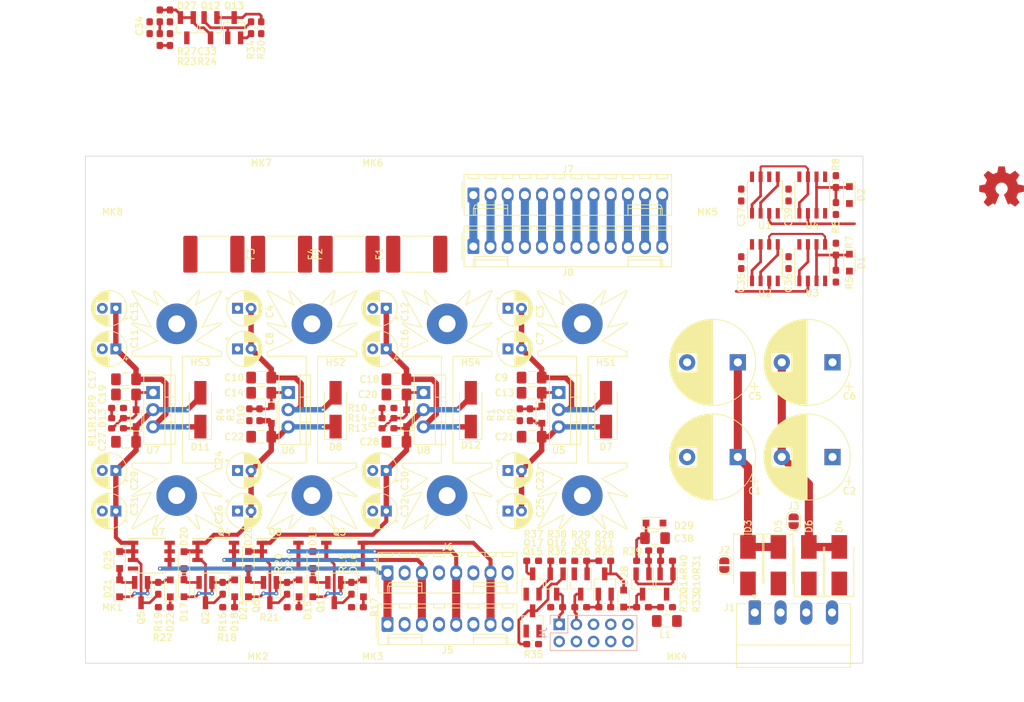
<source format=kicad_pcb>
(kicad_pcb (version 20171130) (host pcbnew "(5.0.1)-4")
  (layers (0 F.Cu signal) (31 B.Cu signal) (34 B.Paste user) (35 F.Paste user) (36 B.SilkS user) (37 F.SilkS user) (38 B.Mask user) (39 F.Mask user) (44 Edge.Cuts user))
  (net 0 "")
  (net 1 AGND)
  (net 2 "Net-(C10-Pad1)")
  (net 3 "Net-(C11-Pad1)")
  (net 4 /REF)
  (net 5 /REF_HI)
  (net 6 "Net-(D3-Pad2)")
  (net 7 "Net-(D5-Pad2)")
  (net 8 "Net-(D15-Pad1)")
  (net 9 "Net-(D21-Pad2)")
  (net 10 /PG)
  (net 11 /SD)
  (net 12 /VCC1)
  (net 13 /VEE1)
  (net 14 /VCC2)
  (net 15 /VEE2)
  (net 16 "Net-(Q12-Pad1)")
  (net 17 "Net-(Q12-Pad2)")
  (net 18 /~SD~)
  (net 19 /REF_LO)
  (net 20 +V)
  (net 21 -V)
  (net 22 "Net-(C22-Pad1)")
  (net 23 "Net-(C13-Pad1)")
  (net 24 "Net-(C20-Pad1)")
  (net 25 /UMON_VEE2)
  (net 26 /UMON_VEE1)
  (net 27 /UMON_VCC1)
  (net 28 /UMON_VCC2)
  (net 29 "Net-(C3-Pad2)")
  (net 30 "Net-(C12-Pad1)")
  (net 31 "Net-(C14-Pad1)")
  (net 32 "Net-(C19-Pad1)")
  (net 33 "Net-(C21-Pad1)")
  (net 34 "Net-(C27-Pad1)")
  (net 35 "Net-(C28-Pad1)")
  (net 36 "Net-(C38-Pad1)")
  (net 37 "Net-(D15-Pad2)")
  (net 38 "Net-(D16-Pad2)")
  (net 39 "Net-(D17-Pad2)")
  (net 40 "Net-(D17-Pad1)")
  (net 41 "Net-(D18-Pad2)")
  (net 42 "Net-(D21-Pad1)")
  (net 43 "Net-(D22-Pad1)")
  (net 44 "Net-(D23-Pad1)")
  (net 45 "Net-(D23-Pad2)")
  (net 46 "Net-(D24-Pad1)")
  (net 47 "Net-(D28-Pad1)")
  (net 48 "Net-(D28-Pad2)")
  (net 49 "Net-(J4-Pad5)")
  (net 50 "Net-(J7-Pad12)")
  (net 51 "Net-(J7-Pad11)")
  (net 52 "Net-(J7-Pad10)")
  (net 53 "Net-(J7-Pad9)")
  (net 54 "Net-(J7-Pad8)")
  (net 55 "Net-(J7-Pad7)")
  (net 56 "Net-(J7-Pad6)")
  (net 57 "Net-(J7-Pad5)")
  (net 58 "Net-(J7-Pad4)")
  (net 59 "Net-(J7-Pad3)")
  (net 60 "Net-(J7-Pad2)")
  (net 61 "Net-(J7-Pad1)")
  (net 62 "Net-(Q9-Pad1)")
  (net 63 "Net-(Q10-Pad1)")
  (net 64 "Net-(Q10-Pad3)")
  (net 65 "Net-(Q14-Pad1)")
  (net 66 "Net-(Q15-Pad1)")
  (net 67 "Net-(Q15-Pad3)")
  (net 68 "Net-(Q16-Pad2)")
  (module Resistor_SMD:R_0603_1608Metric_Pad1.05x0.95mm_HandSolder (layer F.Cu) (at 145.71 109.21)
    (fp_text reference R21 (at -3.5 1.5) (layer F.SilkS))
    (fp_text value 3k6)
    (pad 2 smd roundrect (at 0.875 0) (size 1.05 0.95) (layers F.Cu F.Paste F.Mask) (net 46 "Net-(D24-Pad1)"))
    (pad 1 smd roundrect (at -0.875 0) (size 1.05 0.95) (layers F.Cu F.Paste F.Mask) (net 11 /SD))
  )
  (module Heatsink:Heatsink_Fischer_SK104-STC-STIC_35x13mm_2xDrill2.5mm (layer F.Cu) (at 128.5 80 90)
    (fp_text reference HS3 (at 7 3.5 180) (layer F.SilkS))
    (fp_text value SK104)
    (pad 1 thru_hole circle (at -12.7 0 270) (size 6 6) (drill 2.5) (layers *.Cu *.Mask) (net 34 "Net-(C27-Pad1)"))
    (pad 1 thru_hole circle (at 12.7 0 90) (size 6 6) (drill 2.5) (layers *.Cu *.Mask) (net 34 "Net-(C27-Pad1)"))
  )
  (module Diode_SMD:D_SOD-323_HandSoldering (layer F.Cu) (at 137.074 106.416 270)
    (fp_text reference D18 (at 5 0 270) (layer F.SilkS))
    (fp_text value BAS316)
    (pad 2 smd rect (at 1.25 0 270) (size 1 1) (layers F.Cu F.Paste F.Mask) (net 41 "Net-(D18-Pad2)"))
    (pad 1 smd rect (at -1.25 0 270) (size 1 1) (layers F.Cu F.Paste F.Mask) (net 39 "Net-(D17-Pad2)"))
  )
  (module Capacitor_THT:CP_Radial_D12.5mm_P7.50mm (layer F.Cu) (at 211.5 87 180)
    (fp_text reference C1 (at -2.5 -5 180) (layer F.SilkS))
    (fp_text value 1000u)
    (pad 2 thru_hole circle (at 7.5 0 180) (size 2.4 2.4) (drill 1.2) (layers *.Cu *.Mask) (net 1 AGND))
    (pad 1 thru_hole rect (at 0 0 180) (size 2.4 2.4) (drill 1.2) (layers *.Cu *.Mask) (net 20 +V))
  )
  (module Capacitor_THT:CP_Radial_D12.5mm_P7.50mm (layer F.Cu) (at 225.5 73 180)
    (fp_text reference C6 (at -2.5 -5 180) (layer F.SilkS))
    (fp_text value 1000u)
    (pad 2 thru_hole circle (at 7.5 0 180) (size 2.4 2.4) (drill 1.2) (layers *.Cu *.Mask) (net 21 -V))
    (pad 1 thru_hole rect (at 0 0 180) (size 2.4 2.4) (drill 1.2) (layers *.Cu *.Mask) (net 1 AGND))
  )
  (module Resistor_SMD:R_0603_1608Metric_Pad1.05x0.95mm_HandSolder (layer F.Cu) (at 139.5 23.5 90)
    (fp_text reference R34 (at -3.25 0 90) (layer F.SilkS))
    (fp_text value 56R)
    (pad 1 smd roundrect (at -0.875 0 90) (size 1.05 0.95) (layers F.Cu F.Paste F.Mask) (net 20 +V))
    (pad 2 smd roundrect (at 0.875 0 90) (size 1.05 0.95) (layers F.Cu F.Paste F.Mask) (net 17 "Net-(Q12-Pad2)"))
  )
  (module Package_TO_SOT_SMD:SOT-23_Handsoldering (layer F.Cu) (at 133.5 23.5 270)
    (fp_text reference Q12 (at -3.25 0 180) (layer F.SilkS))
    (fp_text value BC857)
    (pad 1 smd rect (at -1.5 -0.95 270) (size 1.9 0.8) (layers F.Cu F.Paste F.Mask) (net 16 "Net-(Q12-Pad1)"))
    (pad 2 smd rect (at -1.5 0.95 270) (size 1.9 0.8) (layers F.Cu F.Paste F.Mask) (net 17 "Net-(Q12-Pad2)"))
    (pad 3 smd rect (at 1.5 0 270) (size 1.9 0.8) (layers F.Cu F.Paste F.Mask) (net 4 /REF))
  )
  (module Resistor_SMD:R_0603_1608Metric_Pad1.05x0.95mm_HandSolder (layer F.Cu) (at 126 25.25 270)
    (fp_text reference R23 (at 3.25 -4) (layer F.SilkS))
    (fp_text value 3k6)
    (pad 1 smd roundrect (at -0.875 0 270) (size 1.05 0.95) (layers F.Cu F.Paste F.Mask) (net 5 /REF_HI))
    (pad 2 smd roundrect (at 0.875 0 270) (size 1.05 0.95) (layers F.Cu F.Paste F.Mask) (net 19 /REF_LO))
  )
  (module Resistor_SMD:R_0603_1608Metric_Pad1.05x0.95mm_HandSolder (layer F.Cu) (at 197.399 102.352 180)
    (fp_text reference R40 (at -6.096 -0.508 270) (layer F.SilkS))
    (fp_text value 33k)
    (pad 1 smd roundrect (at -0.875 0 180) (size 1.05 0.95) (layers F.Cu F.Paste F.Mask) (net 65 "Net-(Q14-Pad1)"))
    (pad 2 smd roundrect (at 0.875 0 180) (size 1.05 0.95) (layers F.Cu F.Paste F.Mask) (net 36 "Net-(C38-Pad1)"))
  )
  (module Diode_SMD:D_SOD-323_HandSoldering (layer F.Cu) (at 194.605 107.94 90)
    (fp_text reference D28 (at 3.44 0.145 90) (layer F.SilkS))
    (fp_text value BAS316)
    (pad 1 smd rect (at -1.25 0 90) (size 1 1) (layers F.Cu F.Paste F.Mask) (net 47 "Net-(D28-Pad1)"))
    (pad 2 smd rect (at 1.25 0 90) (size 1 1) (layers F.Cu F.Paste F.Mask) (net 48 "Net-(D28-Pad2)"))
  )
  (module Capacitor_THT:CP_Radial_D12.5mm_P7.50mm (layer F.Cu) (at 211.5 73 180)
    (fp_text reference C5 (at -2.5 -5 180) (layer F.SilkS))
    (fp_text value 1000u)
    (pad 1 thru_hole rect (at 0 0 180) (size 2.4 2.4) (drill 1.2) (layers *.Cu *.Mask) (net 20 +V))
    (pad 2 thru_hole circle (at 7.5 0 180) (size 2.4 2.4) (drill 1.2) (layers *.Cu *.Mask) (net 1 AGND))
  )
  (module Capacitor_SMD:C_1206_3216Metric_Pad1.42x1.75mm_HandSolder (layer F.Cu) (at 121 75.5 180)
    (fp_text reference C17 (at 5 0 270) (layer F.SilkS))
    (fp_text value 330n)
    (pad 1 smd roundrect (at -1.4875 0 180) (size 1.425 1.75) (layers F.Cu F.Paste F.Mask) (roundrect_rratio 0.175439) (net 3 "Net-(C11-Pad1)"))
    (pad 2 smd roundrect (at 1.4875 0 180) (size 1.425 1.75) (layers F.Cu F.Paste F.Mask) (roundrect_rratio 0.175439) (net 1 AGND))
  )
  (module Capacitor_SMD:C_1206_3216Metric_Pad1.42x1.75mm_HandSolder (layer F.Cu) (at 121 84.75 180)
    (fp_text reference C27 (at 3.5 0 270) (layer F.SilkS))
    (fp_text value 330n)
    (pad 2 smd roundrect (at 1.4875 0 180) (size 1.425 1.75) (layers F.Cu F.Paste F.Mask) (roundrect_rratio 0.175439) (net 1 AGND))
    (pad 1 smd roundrect (at -1.4875 0 180) (size 1.425 1.75) (layers F.Cu F.Paste F.Mask) (roundrect_rratio 0.175439) (net 34 "Net-(C27-Pad1)"))
  )
  (module Capacitor_SMD:C_1206_3216Metric_Pad1.42x1.75mm_HandSolder (layer F.Cu) (at 121 77.75 180)
    (fp_text reference C19 (at 3.5 0 270) (layer F.SilkS))
    (fp_text value 2u2)
    (pad 2 smd roundrect (at 1.4875 0 180) (size 1.425 1.75) (layers F.Cu F.Paste F.Mask) (roundrect_rratio 0.175439) (net 1 AGND))
    (pad 1 smd roundrect (at -1.4875 0 180) (size 1.425 1.75) (layers F.Cu F.Paste F.Mask) (roundrect_rratio 0.175439) (net 32 "Net-(C19-Pad1)"))
  )
  (module Capacitor_THT:CP_Radial_D12.5mm_P7.50mm (layer F.Cu) (at 225.5 87 180)
    (fp_text reference C2 (at -2.5 -5 180) (layer F.SilkS))
    (fp_text value 1000u)
    (pad 1 thru_hole rect (at 0 0 180) (size 2.4 2.4) (drill 1.2) (layers *.Cu *.Mask) (net 1 AGND))
    (pad 2 thru_hole circle (at 7.5 0 180) (size 2.4 2.4) (drill 1.2) (layers *.Cu *.Mask) (net 21 -V))
  )
  (module Capacitor_SMD:C_1206_3216Metric_Pad1.42x1.75mm_HandSolder (layer F.Cu) (at 199.25 99)
    (fp_text reference C38 (at 4.245 0.05) (layer F.SilkS))
    (fp_text value 2u2)
    (pad 2 smd roundrect (at 1.4875 0) (size 1.425 1.75) (layers F.Cu F.Paste F.Mask) (roundrect_rratio 0.175439) (net 1 AGND))
    (pad 1 smd roundrect (at -1.4875 0) (size 1.425 1.75) (layers F.Cu F.Paste F.Mask) (roundrect_rratio 0.175439) (net 36 "Net-(C38-Pad1)"))
  )
  (module Capacitor_SMD:C_1206_3216Metric_Pad1.42x1.75mm_HandSolder (layer F.Cu) (at 161 75.5 180)
    (fp_text reference C18 (at 4 0) (layer F.SilkS))
    (fp_text value 330n)
    (pad 1 smd roundrect (at -1.4875 0 180) (size 1.425 1.75) (layers F.Cu F.Paste F.Mask) (roundrect_rratio 0.175439) (net 30 "Net-(C12-Pad1)"))
    (pad 2 smd roundrect (at 1.4875 0 180) (size 1.425 1.75) (layers F.Cu F.Paste F.Mask) (roundrect_rratio 0.175439) (net 1 AGND))
  )
  (module Capacitor_SMD:C_1206_3216Metric_Pad1.42x1.75mm_HandSolder (layer F.Cu) (at 161 84.75 180)
    (fp_text reference C28 (at 4 0) (layer F.SilkS))
    (fp_text value 330n)
    (pad 2 smd roundrect (at 1.4875 0 180) (size 1.425 1.75) (layers F.Cu F.Paste F.Mask) (roundrect_rratio 0.175439) (net 1 AGND))
    (pad 1 smd roundrect (at -1.4875 0 180) (size 1.425 1.75) (layers F.Cu F.Paste F.Mask) (roundrect_rratio 0.175439) (net 35 "Net-(C28-Pad1)"))
  )
  (module Capacitor_SMD:C_1206_3216Metric_Pad1.42x1.75mm_HandSolder (layer F.Cu) (at 161 77.75 180)
    (fp_text reference C20 (at 4.25 0 180) (layer F.SilkS))
    (fp_text value 2u2)
    (pad 2 smd roundrect (at 1.4875 0 180) (size 1.425 1.75) (layers F.Cu F.Paste F.Mask) (roundrect_rratio 0.175439) (net 1 AGND))
    (pad 1 smd roundrect (at -1.4875 0 180) (size 1.425 1.75) (layers F.Cu F.Paste F.Mask) (roundrect_rratio 0.175439) (net 24 "Net-(C20-Pad1)"))
  )
  (module Capacitor_SMD:C_0603_1608Metric_Pad1.05x0.95mm_HandSolder (layer F.Cu) (at 127.5 21.75 270)
    (fp_text reference C33 (at 5.25 -5.5) (layer F.SilkS))
    (fp_text value 10n)
    (pad 2 smd roundrect (at 0.875 0 270) (size 1.05 0.95) (layers F.Cu F.Paste F.Mask) (net 1 AGND))
    (pad 1 smd roundrect (at -0.875 0 270) (size 1.05 0.95) (layers F.Cu F.Paste F.Mask) (net 4 /REF))
  )
  (module Capacitor_SMD:C_0603_1608Metric_Pad1.05x0.95mm_HandSolder (layer F.Cu) (at 124.5 23.5 270)
    (fp_text reference C34 (at -0.25 1.5 270) (layer F.SilkS))
    (fp_text value 10n)
    (pad 1 smd roundrect (at -0.875 0 270) (size 1.05 0.95) (layers F.Cu F.Paste F.Mask) (net 5 /REF_HI))
    (pad 2 smd roundrect (at 0.875 0 270) (size 1.05 0.95) (layers F.Cu F.Paste F.Mask) (net 1 AGND))
  )
  (module Capacitor_SMD:C_1206_3216Metric_Pad1.42x1.75mm_HandSolder (layer F.Cu) (at 181 75.25 180)
    (fp_text reference C9 (at 4.5 0) (layer F.SilkS))
    (fp_text value 330n)
    (pad 2 smd roundrect (at 1.4875 0 180) (size 1.425 1.75) (layers F.Cu F.Paste F.Mask) (roundrect_rratio 0.175439) (net 1 AGND))
    (pad 1 smd roundrect (at -1.4875 0 180) (size 1.425 1.75) (layers F.Cu F.Paste F.Mask) (roundrect_rratio 0.175439) (net 29 "Net-(C3-Pad2)"))
  )
  (module Capacitor_SMD:C_1206_3216Metric_Pad1.42x1.75mm_HandSolder (layer F.Cu) (at 181 84 180)
    (fp_text reference C21 (at 4 0 180) (layer F.SilkS))
    (fp_text value 330n)
    (pad 1 smd roundrect (at -1.4875 0 180) (size 1.425 1.75) (layers F.Cu F.Paste F.Mask) (roundrect_rratio 0.175439) (net 33 "Net-(C21-Pad1)"))
    (pad 2 smd roundrect (at 1.4875 0 180) (size 1.425 1.75) (layers F.Cu F.Paste F.Mask) (roundrect_rratio 0.175439) (net 1 AGND))
  )
  (module Capacitor_SMD:C_1206_3216Metric_Pad1.42x1.75mm_HandSolder (layer F.Cu) (at 181 77.5 180)
    (fp_text reference C13 (at 4 0) (layer F.SilkS))
    (fp_text value 2u2)
    (pad 1 smd roundrect (at -1.4875 0 180) (size 1.425 1.75) (layers F.Cu F.Paste F.Mask) (roundrect_rratio 0.175439) (net 23 "Net-(C13-Pad1)"))
    (pad 2 smd roundrect (at 1.4875 0 180) (size 1.425 1.75) (layers F.Cu F.Paste F.Mask) (roundrect_rratio 0.175439) (net 1 AGND))
  )
  (module Capacitor_SMD:C_0603_1608Metric_Pad1.05x0.95mm_HandSolder (layer F.Cu) (at 212 48.25 270)
    (fp_text reference C37 (at 3.25 0 270) (layer F.SilkS))
    (fp_text value 100n)
    (pad 1 smd roundrect (at -0.875 0 270) (size 1.05 0.95) (layers F.Cu F.Paste F.Mask) (net 20 +V))
    (pad 2 smd roundrect (at 0.875 0 270) (size 1.05 0.95) (layers F.Cu F.Paste F.Mask) (net 1 AGND))
  )
  (module Capacitor_SMD:C_0603_1608Metric_Pad1.05x0.95mm_HandSolder (layer F.Cu) (at 219 48.25 270)
    (fp_text reference C39 (at 3.25 0 270) (layer F.SilkS))
    (fp_text value 100n)
    (pad 1 smd roundrect (at -0.875 0 270) (size 1.05 0.95) (layers F.Cu F.Paste F.Mask) (net 20 +V))
    (pad 2 smd roundrect (at 0.875 0 270) (size 1.05 0.95) (layers F.Cu F.Paste F.Mask) (net 1 AGND))
  )
  (module Capacitor_SMD:C_0603_1608Metric_Pad1.05x0.95mm_HandSolder (layer F.Cu) (at 212 58.25 270)
    (fp_text reference C35 (at 3 0 270) (layer F.SilkS))
    (fp_text value 100n)
    (pad 2 smd roundrect (at 0.875 0 270) (size 1.05 0.95) (layers F.Cu F.Paste F.Mask) (net 1 AGND))
    (pad 1 smd roundrect (at -0.875 0 270) (size 1.05 0.95) (layers F.Cu F.Paste F.Mask) (net 20 +V))
  )
  (module Capacitor_SMD:C_0603_1608Metric_Pad1.05x0.95mm_HandSolder (layer F.Cu) (at 219 58.25 270)
    (fp_text reference C36 (at 3 0 270) (layer F.SilkS))
    (fp_text value 100n)
    (pad 2 smd roundrect (at 0.875 0 270) (size 1.05 0.95) (layers F.Cu F.Paste F.Mask) (net 1 AGND))
    (pad 1 smd roundrect (at -0.875 0 270) (size 1.05 0.95) (layers F.Cu F.Paste F.Mask) (net 20 +V))
  )
  (module Capacitor_SMD:C_1206_3216Metric_Pad1.42x1.75mm_HandSolder (layer F.Cu) (at 141 75.25 180)
    (fp_text reference C10 (at 4 0 180) (layer F.SilkS))
    (fp_text value 330n)
    (pad 2 smd roundrect (at 1.4875 0 180) (size 1.425 1.75) (layers F.Cu F.Paste F.Mask) (roundrect_rratio 0.175439) (net 1 AGND))
    (pad 1 smd roundrect (at -1.4875 0 180) (size 1.425 1.75) (layers F.Cu F.Paste F.Mask) (roundrect_rratio 0.175439) (net 2 "Net-(C10-Pad1)"))
  )
  (module Capacitor_SMD:C_1206_3216Metric_Pad1.42x1.75mm_HandSolder (layer F.Cu) (at 141 84 180)
    (fp_text reference C22 (at 4 0 180) (layer F.SilkS))
    (fp_text value 330n)
    (pad 1 smd roundrect (at -1.4875 0 180) (size 1.425 1.75) (layers F.Cu F.Paste F.Mask) (roundrect_rratio 0.175439) (net 22 "Net-(C22-Pad1)"))
    (pad 2 smd roundrect (at 1.4875 0 180) (size 1.425 1.75) (layers F.Cu F.Paste F.Mask) (roundrect_rratio 0.175439) (net 1 AGND))
  )
  (module Capacitor_SMD:C_1206_3216Metric_Pad1.42x1.75mm_HandSolder (layer F.Cu) (at 141 77.5 180)
    (fp_text reference C14 (at 4 0 180) (layer F.SilkS))
    (fp_text value 2u2)
    (pad 1 smd roundrect (at -1.4875 0 180) (size 1.425 1.75) (layers F.Cu F.Paste F.Mask) (roundrect_rratio 0.175439) (net 31 "Net-(C14-Pad1)"))
    (pad 2 smd roundrect (at 1.4875 0 180) (size 1.425 1.75) (layers F.Cu F.Paste F.Mask) (roundrect_rratio 0.175439) (net 1 AGND))
  )
  (module Diode_SMD:D_SMA_Handsoldering (layer F.Cu) (at 132 80 90)
    (fp_text reference D11 (at -5.5 0 180) (layer F.SilkS))
    (fp_text value S1A)
    (pad 1 smd rect (at -2.5 0 90) (size 3.5 1.8) (layers F.Cu F.Paste F.Mask) (net 3 "Net-(C11-Pad1)"))
    (pad 2 smd rect (at 2.5 0 90) (size 3.5 1.8) (layers F.Cu F.Paste F.Mask) (net 34 "Net-(C27-Pad1)"))
  )
  (module Diode_SMD:D_SMB_Handsoldering (layer F.Cu) (at 213 103 270)
    (fp_text reference D3 (at -5.75 0 270) (layer F.SilkS))
    (fp_text value SK55)
    (pad 1 smd rect (at -2.7 0 270) (size 3.5 2.3) (layers F.Cu F.Paste F.Mask) (net 20 +V))
    (pad 2 smd rect (at 2.7 0 270) (size 3.5 2.3) (layers F.Cu F.Paste F.Mask) (net 6 "Net-(D3-Pad2)"))
  )
  (module Diode_SMD:D_SMB_Handsoldering (layer F.Cu) (at 217.5 103 270)
    (fp_text reference D5 (at -5.75 0 270) (layer F.SilkS))
    (fp_text value SK55)
    (pad 2 smd rect (at 2.7 0 270) (size 3.5 2.3) (layers F.Cu F.Paste F.Mask) (net 7 "Net-(D5-Pad2)"))
    (pad 1 smd rect (at -2.7 0 270) (size 3.5 2.3) (layers F.Cu F.Paste F.Mask) (net 20 +V))
  )
  (module Diode_SMD:D_SOD-323_HandSoldering (layer F.Cu) (at 122.5 81.25 90)
    (fp_text reference D13 (at 0 -5 90) (layer F.SilkS))
    (fp_text value BAS316)
    (pad 1 smd rect (at -1.25 0 90) (size 1 1) (layers F.Cu F.Paste F.Mask) (net 34 "Net-(C27-Pad1)"))
    (pad 2 smd rect (at 1.25 0 90) (size 1 1) (layers F.Cu F.Paste F.Mask) (net 32 "Net-(C19-Pad1)"))
  )
  (module Diode_SMD:D_SOD-323_HandSoldering (layer F.Cu) (at 120.056 102.225 270)
    (fp_text reference D25 (at 0 1.75 270) (layer F.SilkS))
    (fp_text value MM3Z10)
    (pad 1 smd rect (at -1.25 0 270) (size 1 1) (layers F.Cu F.Paste F.Mask) (net 34 "Net-(C27-Pad1)"))
    (pad 2 smd rect (at 1.25 0 270) (size 1 1) (layers F.Cu F.Paste F.Mask) (net 9 "Net-(D21-Pad2)"))
  )
  (module Diode_SMD:D_SOD-323_HandSoldering (layer F.Cu) (at 120.056 106.416 90)
    (fp_text reference D21 (at 0 -1.75 90) (layer F.SilkS))
    (fp_text value BAS316)
    (pad 1 smd rect (at -1.25 0 90) (size 1 1) (layers F.Cu F.Paste F.Mask) (net 42 "Net-(D21-Pad1)"))
    (pad 2 smd rect (at 1.25 0 90) (size 1 1) (layers F.Cu F.Paste F.Mask) (net 9 "Net-(D21-Pad2)"))
  )
  (module Diode_SMD:D_SMB_Handsoldering (layer F.Cu) (at 226.5 103 90)
    (fp_text reference D4 (at 5.75 0 90) (layer F.SilkS))
    (fp_text value SK55)
    (pad 1 smd rect (at -2.7 0 90) (size 3.5 2.3) (layers F.Cu F.Paste F.Mask) (net 6 "Net-(D3-Pad2)"))
    (pad 2 smd rect (at 2.7 0 90) (size 3.5 2.3) (layers F.Cu F.Paste F.Mask) (net 21 -V))
  )
  (module Diode_SMD:D_SMB_Handsoldering (layer F.Cu) (at 222 103 90)
    (fp_text reference D6 (at 5.75 0 90) (layer F.SilkS))
    (fp_text value SK55)
    (pad 2 smd rect (at 2.7 0 90) (size 3.5 2.3) (layers F.Cu F.Paste F.Mask) (net 21 -V))
    (pad 1 smd rect (at -2.7 0 90) (size 3.5 2.3) (layers F.Cu F.Paste F.Mask) (net 7 "Net-(D5-Pad2)"))
  )
  (module Diode_SMD:D_SOD-323_HandSoldering (layer F.Cu) (at 127.549 106.416 90)
    (fp_text reference D22 (at -5 0 90) (layer F.SilkS))
    (fp_text value BAS316)
    (pad 2 smd rect (at 1.25 0 90) (size 1 1) (layers F.Cu F.Paste F.Mask) (net 42 "Net-(D21-Pad1)"))
    (pad 1 smd rect (at -1.25 0 90) (size 1 1) (layers F.Cu F.Paste F.Mask) (net 43 "Net-(D22-Pad1)"))
  )
  (module Diode_SMD:D_SMA_Handsoldering (layer F.Cu) (at 172 80 90)
    (fp_text reference D12 (at -5.25 0 180) (layer F.SilkS))
    (fp_text value S1A)
    (pad 1 smd rect (at -2.5 0 90) (size 3.5 1.8) (layers F.Cu F.Paste F.Mask) (net 30 "Net-(C12-Pad1)"))
    (pad 2 smd rect (at 2.5 0 90) (size 3.5 1.8) (layers F.Cu F.Paste F.Mask) (net 35 "Net-(C28-Pad1)"))
  )
  (module Diode_SMD:D_SOD-323_HandSoldering (layer F.Cu) (at 199.177 96.764)
    (fp_text reference D29 (at 4.318 0.381) (layer F.SilkS))
    (fp_text value BAS316)
    (pad 2 smd rect (at 1.25 0) (size 1 1) (layers F.Cu F.Paste F.Mask) (net 1 AGND))
    (pad 1 smd rect (at -1.25 0) (size 1 1) (layers F.Cu F.Paste F.Mask) (net 36 "Net-(C38-Pad1)"))
  )
  (module Diode_SMD:D_SOD-323_HandSoldering (layer F.Cu) (at 162.5 81.25 90)
    (fp_text reference D14 (at 0 -5 270) (layer F.SilkS))
    (fp_text value BAS316)
    (pad 2 smd rect (at 1.25 0 90) (size 1 1) (layers F.Cu F.Paste F.Mask) (net 24 "Net-(C20-Pad1)"))
    (pad 1 smd rect (at -1.25 0 90) (size 1 1) (layers F.Cu F.Paste F.Mask) (net 35 "Net-(C28-Pad1)"))
  )
  (module Diode_SMD:D_SOD-323_HandSoldering (layer F.Cu) (at 139.106 102.225 270)
    (fp_text reference D26 (at -3.5 0 270) (layer F.SilkS))
    (fp_text value MM3Z10)
    (pad 2 smd rect (at 1.25 0 270) (size 1 1) (layers F.Cu F.Paste F.Mask) (net 45 "Net-(D23-Pad2)"))
    (pad 1 smd rect (at -1.25 0 270) (size 1 1) (layers F.Cu F.Paste F.Mask) (net 35 "Net-(C28-Pad1)"))
  )
  (module Diode_SMD:D_SOD-323_HandSoldering (layer F.Cu) (at 139.106 106.416 90)
    (fp_text reference D23 (at -3.25 -0.75 90) (layer F.SilkS))
    (fp_text value BAS316)
    (pad 1 smd rect (at -1.25 0 90) (size 1 1) (layers F.Cu F.Paste F.Mask) (net 44 "Net-(D23-Pad1)"))
    (pad 2 smd rect (at 1.25 0 90) (size 1 1) (layers F.Cu F.Paste F.Mask) (net 45 "Net-(D23-Pad2)"))
  )
  (module Diode_SMD:D_SOD-323_HandSoldering (layer F.Cu) (at 146.599 106.416 90)
    (fp_text reference D24 (at 3.75 -1.5 90) (layer F.SilkS))
    (fp_text value BAS316)
    (pad 1 smd rect (at -1.25 0 90) (size 1 1) (layers F.Cu F.Paste F.Mask) (net 46 "Net-(D24-Pad1)"))
    (pad 2 smd rect (at 1.25 0 90) (size 1 1) (layers F.Cu F.Paste F.Mask) (net 44 "Net-(D23-Pad1)"))
  )
  (module Package_TO_SOT_SMD:SOT-23_Handsoldering (layer F.Cu) (at 130 23.5 270)
    (fp_text reference D27 (at -3.25 0 180) (layer F.SilkS))
    (fp_text value TL431DBZ)
    (pad 3 smd rect (at 1.5 0 270) (size 1.9 0.8) (layers F.Cu F.Paste F.Mask) (net 1 AGND))
    (pad 2 smd rect (at -1.5 0.95 270) (size 1.9 0.8) (layers F.Cu F.Paste F.Mask) (net 4 /REF))
    (pad 1 smd rect (at -1.5 -0.95 270) (size 1.9 0.8) (layers F.Cu F.Paste F.Mask) (net 4 /REF))
  )
  (module Diode_SMD:D_SOD-323_HandSoldering (layer F.Cu) (at 182.5 80.75 270)
    (fp_text reference D9 (at 0 4.5 270) (layer F.SilkS))
    (fp_text value BAS316)
    (pad 1 smd rect (at -1.25 0 270) (size 1 1) (layers F.Cu F.Paste F.Mask) (net 23 "Net-(C13-Pad1)"))
    (pad 2 smd rect (at 1.25 0 270) (size 1 1) (layers F.Cu F.Paste F.Mask) (net 33 "Net-(C21-Pad1)"))
  )
  (module Diode_SMD:D_SOD-323_HandSoldering (layer F.Cu) (at 148.631 102.225 90)
    (fp_text reference D19 (at 3.5 0 90) (layer F.SilkS))
    (fp_text value MM3Z10)
    (pad 2 smd rect (at 1.25 0 90) (size 1 1) (layers F.Cu F.Paste F.Mask) (net 33 "Net-(C21-Pad1)"))
    (pad 1 smd rect (at -1.25 0 90) (size 1 1) (layers F.Cu F.Paste F.Mask) (net 8 "Net-(D15-Pad1)"))
  )
  (module Diode_SMD:D_SOD-323_HandSoldering (layer F.Cu) (at 148.631 106.416 270)
    (fp_text reference D15 (at 3.25 0.75 270) (layer F.SilkS))
    (fp_text value BAS316)
    (pad 2 smd rect (at 1.25 0 270) (size 1 1) (layers F.Cu F.Paste F.Mask) (net 37 "Net-(D15-Pad2)"))
    (pad 1 smd rect (at -1.25 0 270) (size 1 1) (layers F.Cu F.Paste F.Mask) (net 8 "Net-(D15-Pad1)"))
  )
  (module Diode_SMD:D_SOD-323_HandSoldering (layer F.Cu) (at 156.124 106.416 270)
    (fp_text reference D16 (at -3.75 1.5 270) (layer F.SilkS))
    (fp_text value BAS316)
    (pad 1 smd rect (at -1.25 0 270) (size 1 1) (layers F.Cu F.Paste F.Mask) (net 37 "Net-(D15-Pad2)"))
    (pad 2 smd rect (at 1.25 0 270) (size 1 1) (layers F.Cu F.Paste F.Mask) (net 38 "Net-(D16-Pad2)"))
  )
  (module Diode_SMD:D_SOD-323_HandSoldering (layer F.Cu) (at 228 58.25 270)
    (fp_text reference D1 (at 0 -1.75 90) (layer F.SilkS))
    (fp_text value BAS316)
    (pad 1 smd rect (at -1.25 0 270) (size 1 1) (layers F.Cu F.Paste F.Mask) (net 25 /UMON_VEE2))
    (pad 2 smd rect (at 1.25 0 270) (size 1 1) (layers F.Cu F.Paste F.Mask) (net 1 AGND))
  )
  (module Diode_SMD:D_SMA_Handsoldering (layer F.Cu) (at 152 80 90)
    (fp_text reference D8 (at -5.5 0 180) (layer F.SilkS))
    (fp_text value S1A)
    (pad 2 smd rect (at 2.5 0 90) (size 3.5 1.8) (layers F.Cu F.Paste F.Mask) (net 2 "Net-(C10-Pad1)"))
    (pad 1 smd rect (at -2.5 0 90) (size 3.5 1.8) (layers F.Cu F.Paste F.Mask) (net 22 "Net-(C22-Pad1)"))
  )
  (module Diode_SMD:D_SOD-323_HandSoldering (layer F.Cu) (at 142.5 80.75 270)
    (fp_text reference D10 (at 0 4.5 90) (layer F.SilkS))
    (fp_text value BAS316)
    (pad 1 smd rect (at -1.25 0 270) (size 1 1) (layers F.Cu F.Paste F.Mask) (net 31 "Net-(C14-Pad1)"))
    (pad 2 smd rect (at 1.25 0 270) (size 1 1) (layers F.Cu F.Paste F.Mask) (net 22 "Net-(C22-Pad1)"))
  )
  (module Diode_SMD:D_SOD-323_HandSoldering (layer F.Cu) (at 129.581 102.25 90)
    (fp_text reference D20 (at 3.5 0 90) (layer F.SilkS))
    (fp_text value MM3Z10)
    (pad 1 smd rect (at -1.25 0 90) (size 1 1) (layers F.Cu F.Paste F.Mask) (net 40 "Net-(D17-Pad1)"))
    (pad 2 smd rect (at 1.25 0 90) (size 1 1) (layers F.Cu F.Paste F.Mask) (net 22 "Net-(C22-Pad1)"))
  )
  (module Diode_SMD:D_SOD-323_HandSoldering (layer F.Cu) (at 129.581 106.416 270)
    (fp_text reference D17 (at 3.5 0 270) (layer F.SilkS))
    (fp_text value BAS316)
    (pad 2 smd rect (at 1.25 0 270) (size 1 1) (layers F.Cu F.Paste F.Mask) (net 39 "Net-(D17-Pad2)"))
    (pad 1 smd rect (at -1.25 0 270) (size 1 1) (layers F.Cu F.Paste F.Mask) (net 40 "Net-(D17-Pad1)"))
  )
  (module Diode_SMD:D_SOD-323_HandSoldering (layer F.Cu) (at 228 48.25 270)
    (fp_text reference D2 (at 0 -1.75 90) (layer F.SilkS))
    (fp_text value BAS316)
    (pad 2 smd rect (at 1.25 0 270) (size 1 1) (layers F.Cu F.Paste F.Mask) (net 1 AGND))
    (pad 1 smd rect (at -1.25 0 270) (size 1 1) (layers F.Cu F.Paste F.Mask) (net 26 /UMON_VEE1))
  )
  (module Fuse:Fuse_2920_7451Metric_Pad2.10x5.45mm_HandSolder (layer F.Cu) (at 134 57)
    (fp_text reference F3 (at 5.5 0 -270) (layer F.SilkS))
    (fp_text value SL110-33)
    (pad 1 smd roundrect (at -3.475 0) (size 2.1 5.45) (layers F.Cu F.Paste F.Mask) (roundrect_rratio 0.119048) (net 3 "Net-(C11-Pad1)"))
    (pad 2 smd roundrect (at 3.475 0) (size 2.1 5.45) (layers F.Cu F.Paste F.Mask) (roundrect_rratio 0.119048) (net 20 +V))
  )
  (module Fuse:Fuse_2920_7451Metric_Pad2.10x5.45mm_HandSolder (layer F.Cu) (at 154 57 180)
    (fp_text reference F4 (at 5.5 0 -90) (layer F.SilkS))
    (fp_text value SL110-33)
    (pad 1 smd roundrect (at -3.475 0 180) (size 2.1 5.45) (layers F.Cu F.Paste F.Mask) (roundrect_rratio 0.119048) (net 30 "Net-(C12-Pad1)"))
    (pad 2 smd roundrect (at 3.475 0 180) (size 2.1 5.45) (layers F.Cu F.Paste F.Mask) (roundrect_rratio 0.119048) (net 20 +V))
  )
  (module Fuse:Fuse_2920_7451Metric_Pad2.10x5.45mm_HandSolder (layer F.Cu) (at 164 57)
    (fp_text reference F1 (at -5.5 0 90) (layer F.SilkS))
    (fp_text value SL110-33)
    (pad 2 smd roundrect (at 3.475 0) (size 2.1 5.45) (layers F.Cu F.Paste F.Mask) (roundrect_rratio 0.119048) (net 29 "Net-(C3-Pad2)"))
    (pad 1 smd roundrect (at -3.475 0) (size 2.1 5.45) (layers F.Cu F.Paste F.Mask) (roundrect_rratio 0.119048) (net 21 -V))
  )
  (module Fuse:Fuse_2920_7451Metric_Pad2.10x5.45mm_HandSolder (layer F.Cu) (at 144 57 180)
    (fp_text reference F2 (at -5.5 0 270) (layer F.SilkS))
    (fp_text value SL110-33)
    (pad 2 smd roundrect (at 3.475 0 180) (size 2.1 5.45) (layers F.Cu F.Paste F.Mask) (roundrect_rratio 0.119048) (net 2 "Net-(C10-Pad1)"))
    (pad 1 smd roundrect (at -3.475 0 180) (size 2.1 5.45) (layers F.Cu F.Paste F.Mask) (roundrect_rratio 0.119048) (net 21 -V))
  )
  (module Heatsink:Heatsink_Fischer_SK104-STC-STIC_35x13mm_2xDrill2.5mm (layer F.Cu) (at 168.5 80 270)
    (fp_text reference HS4 (at -7 -3.5) (layer F.SilkS))
    (fp_text value SK104)
    (pad 1 thru_hole circle (at -12.7 0 90) (size 6 6) (drill 2.5) (layers *.Cu *.Mask) (net 35 "Net-(C28-Pad1)"))
    (pad 1 thru_hole circle (at 12.7 0 270) (size 6 6) (drill 2.5) (layers *.Cu *.Mask) (net 35 "Net-(C28-Pad1)"))
  )
  (module Heatsink:Heatsink_Fischer_SK104-STC-STIC_35x13mm_2xDrill2.5mm (layer F.Cu) (at 188.5 80 90)
    (fp_text reference HS1 (at 7 3.5 180) (layer F.SilkS))
    (fp_text value SK104)
    (pad 1 thru_hole circle (at 12.7 0 90) (size 6 6) (drill 2.5) (layers *.Cu *.Mask) (net 29 "Net-(C3-Pad2)"))
    (pad 1 thru_hole circle (at -12.7 0 270) (size 6 6) (drill 2.5) (layers *.Cu *.Mask) (net 29 "Net-(C3-Pad2)"))
  )
  (module Heatsink:Heatsink_Fischer_SK104-STC-STIC_35x13mm_2xDrill2.5mm (layer F.Cu) (at 148.5 80 90)
    (fp_text reference HS2 (at 7 3.5 180) (layer F.SilkS))
    (fp_text value SK104)
    (pad 1 thru_hole circle (at -12.7 0 270) (size 6 6) (drill 2.5) (layers *.Cu *.Mask) (net 2 "Net-(C10-Pad1)"))
    (pad 1 thru_hole circle (at 12.7 0 90) (size 6 6) (drill 2.5) (layers *.Cu *.Mask) (net 2 "Net-(C10-Pad1)"))
  )
  (module Jumper:SolderJumper-2_P1.3mm_Open_RoundedPad1.0x1.5mm (layer F.Cu) (at 209.5 103 270)
    (fp_text reference J2 (at -2.25 0) (layer F.SilkS))
    (fp_text value GS2)
    (pad 1 smd custom (at -0.65 0 270) (size 1 0.5) (layers F.Cu F.Mask) (net 20 +V) (options (clearance outline) (anchor rect)) (primitives (gr_circle (center 0 0.25) (end 0.5 0.25) (width 0)) (gr_circle (center 0 -0.25) (end 0.5 -0.25) (width 0)) (gr_poly (pts (xy 0 -0.75) (xy 0.5 -0.75) (xy 0.5 0.75) (xy 0 0.75)) (width 0))))
    (pad 2 smd custom (at 0.65 0 270) (size 1 0.5) (layers F.Cu F.Mask) (net 6 "Net-(D3-Pad2)") (options (clearance outline) (anchor rect)) (primitives (gr_circle (center 0 0.25) (end 0.5 0.25) (width 0)) (gr_circle (center 0 -0.25) (end 0.5 -0.25) (width 0)) (gr_poly (pts (xy 0 -0.75) (xy -0.5 -0.75) (xy -0.5 0.75) (xy 0 0.75)) (width 0))))
  )
  (module Connector_Phoenix_MC:PhoenixContact_MC_1,5_4-G-3.81_1x04_P3.81mm_Horizontal (layer F.Cu) (at 214 110)
    (fp_text reference J1 (at -3.75 -0.75) (layer F.SilkS))
    (fp_text value Conn_01x04)
    (pad 1 thru_hole roundrect (at 0 0) (size 1.8 3.6) (drill 1.2) (layers *.Cu *.Mask) (roundrect_rratio 0.138889) (net 6 "Net-(D3-Pad2)"))
    (pad 2 thru_hole oval (at 3.81 0) (size 1.8 3.6) (drill 1.2) (layers *.Cu *.Mask) (net 7 "Net-(D5-Pad2)"))
    (pad 3 thru_hole oval (at 7.62 0) (size 1.8 3.6) (drill 1.2) (layers *.Cu *.Mask) (net 1 AGND))
    (pad 4 thru_hole oval (at 11.43 0) (size 1.8 3.6) (drill 1.2) (layers *.Cu *.Mask) (net 1 AGND))
  )
  (module Jumper:SolderJumper-2_P1.3mm_Open_RoundedPad1.0x1.5mm (layer F.Cu) (at 219.75 96.5 270)
    (fp_text reference J3 (at -2.25 0) (layer F.SilkS))
    (fp_text value GS2)
    (pad 2 smd custom (at 0.65 0 270) (size 1 0.5) (layers F.Cu F.Mask) (net 7 "Net-(D5-Pad2)") (options (clearance outline) (anchor rect)) (primitives (gr_circle (center 0 0.25) (end 0.5 0.25) (width 0)) (gr_circle (center 0 -0.25) (end 0.5 -0.25) (width 0)) (gr_poly (pts (xy 0 -0.75) (xy -0.5 -0.75) (xy -0.5 0.75) (xy 0 0.75)) (width 0))))
    (pad 1 smd custom (at -0.65 0 270) (size 1 0.5) (layers F.Cu F.Mask) (net 21 -V) (options (clearance outline) (anchor rect)) (primitives (gr_circle (center 0 0.25) (end 0.5 0.25) (width 0)) (gr_circle (center 0 -0.25) (end 0.5 -0.25) (width 0)) (gr_poly (pts (xy 0 -0.75) (xy 0.5 -0.75) (xy 0.5 0.75) (xy 0 0.75)) (width 0))))
  )
  (module Connector_Molex:Molex_KK-254_AE-6410-08A_1x08_P2.54mm_Vertical (layer F.Cu) (at 159.68 111.75)
    (fp_text reference J5 (at 8.89 3.81) (layer F.SilkS))
    (fp_text value MOLEX_KK-254)
    (pad 1 thru_hole roundrect (at 0 0) (size 1.74 2.2) (drill 1.2) (layers *.Cu *.Mask) (roundrect_rratio 0.143678) (net 12 /VCC1))
    (pad 2 thru_hole oval (at 2.54 0) (size 1.74 2.2) (drill 1.2) (layers *.Cu *.Mask) (net 1 AGND))
    (pad 3 thru_hole oval (at 5.08 0) (size 1.74 2.2) (drill 1.2) (layers *.Cu *.Mask) (net 13 /VEE1))
    (pad 4 thru_hole oval (at 7.62 0) (size 1.74 2.2) (drill 1.2) (layers *.Cu *.Mask) (net 1 AGND))
    (pad 5 thru_hole oval (at 10.16 0) (size 1.74 2.2) (drill 1.2) (layers *.Cu *.Mask) (net 14 /VCC2))
    (pad 6 thru_hole oval (at 12.7 0) (size 1.74 2.2) (drill 1.2) (layers *.Cu *.Mask) (net 1 AGND))
    (pad 7 thru_hole oval (at 15.24 0) (size 1.74 2.2) (drill 1.2) (layers *.Cu *.Mask) (net 15 /VEE2))
    (pad 8 thru_hole oval (at 17.78 0) (size 1.74 2.2) (drill 1.2) (layers *.Cu *.Mask) (net 1 AGND))
  )
  (module Connector_Molex:Molex_KK-254_AE-6410-12A_1x12_P2.54mm_Vertical (layer F.Cu) (at 172.38 48.25)
    (fp_text reference J7 (at 13.97 -3.81) (layer F.SilkS))
    (fp_text value MOLEX_KK-254)
    (pad 12 thru_hole oval (at 27.94 0) (size 1.74 2.2) (drill 1.2) (layers *.Cu *.Mask) (net 50 "Net-(J7-Pad12)"))
    (pad 11 thru_hole oval (at 25.4 0) (size 1.74 2.2) (drill 1.2) (layers *.Cu *.Mask) (net 51 "Net-(J7-Pad11)"))
    (pad 10 thru_hole oval (at 22.86 0) (size 1.74 2.2) (drill 1.2) (layers *.Cu *.Mask) (net 52 "Net-(J7-Pad10)"))
    (pad 9 thru_hole oval (at 20.32 0) (size 1.74 2.2) (drill 1.2) (layers *.Cu *.Mask) (net 53 "Net-(J7-Pad9)"))
    (pad 8 thru_hole oval (at 17.78 0) (size 1.74 2.2) (drill 1.2) (layers *.Cu *.Mask) (net 54 "Net-(J7-Pad8)"))
    (pad 7 thru_hole oval (at 15.24 0) (size 1.74 2.2) (drill 1.2) (layers *.Cu *.Mask) (net 55 "Net-(J7-Pad7)"))
    (pad 6 thru_hole oval (at 12.7 0) (size 1.74 2.2) (drill 1.2) (layers *.Cu *.Mask) (net 56 "Net-(J7-Pad6)"))
    (pad 5 thru_hole oval (at 10.16 0) (size 1.74 2.2) (drill 1.2) (layers *.Cu *.Mask) (net 57 "Net-(J7-Pad5)"))
    (pad 4 thru_hole oval (at 7.62 0) (size 1.74 2.2) (drill 1.2) (layers *.Cu *.Mask) (net 58 "Net-(J7-Pad4)"))
    (pad 3 thru_hole oval (at 5.08 0) (size 1.74 2.2) (drill 1.2) (layers *.Cu *.Mask) (net 59 "Net-(J7-Pad3)"))
    (pad 2 thru_hole oval (at 2.54 0) (size 1.74 2.2) (drill 1.2) (layers *.Cu *.Mask) (net 60 "Net-(J7-Pad2)"))
    (pad 1 thru_hole roundrect (at 0 0) (size 1.74 2.2) (drill 1.2) (layers *.Cu *.Mask) (roundrect_rratio 0.143678) (net 61 "Net-(J7-Pad1)"))
  )
  (module Connector_Molex:Molex_KK-254_AE-6410-12A_1x12_P2.54mm_Vertical (layer F.Cu) (at 172.38 55.87)
    (fp_text reference J8 (at 13.97 3.81) (layer F.SilkS))
    (fp_text value MOLEX_KK-254)
    (pad 1 thru_hole roundrect (at 0 0) (size 1.74 2.2) (drill 1.2) (layers *.Cu *.Mask) (roundrect_rratio 0.143678) (net 61 "Net-(J7-Pad1)"))
    (pad 2 thru_hole oval (at 2.54 0) (size 1.74 2.2) (drill 1.2) (layers *.Cu *.Mask) (net 60 "Net-(J7-Pad2)"))
    (pad 3 thru_hole oval (at 5.08 0) (size 1.74 2.2) (drill 1.2) (layers *.Cu *.Mask) (net 59 "Net-(J7-Pad3)"))
    (pad 4 thru_hole oval (at 7.62 0) (size 1.74 2.2) (drill 1.2) (layers *.Cu *.Mask) (net 58 "Net-(J7-Pad4)"))
    (pad 5 thru_hole oval (at 10.16 0) (size 1.74 2.2) (drill 1.2) (layers *.Cu *.Mask) (net 57 "Net-(J7-Pad5)"))
    (pad 6 thru_hole oval (at 12.7 0) (size 1.74 2.2) (drill 1.2) (layers *.Cu *.Mask) (net 56 "Net-(J7-Pad6)"))
    (pad 7 thru_hole oval (at 15.24 0) (size 1.74 2.2) (drill 1.2) (layers *.Cu *.Mask) (net 55 "Net-(J7-Pad7)"))
    (pad 8 thru_hole oval (at 17.78 0) (size 1.74 2.2) (drill 1.2) (layers *.Cu *.Mask) (net 54 "Net-(J7-Pad8)"))
    (pad 9 thru_hole oval (at 20.32 0) (size 1.74 2.2) (drill 1.2) (layers *.Cu *.Mask) (net 53 "Net-(J7-Pad9)"))
    (pad 10 thru_hole oval (at 22.86 0) (size 1.74 2.2) (drill 1.2) (layers *.Cu *.Mask) (net 52 "Net-(J7-Pad10)"))
    (pad 11 thru_hole oval (at 25.4 0) (size 1.74 2.2) (drill 1.2) (layers *.Cu *.Mask) (net 51 "Net-(J7-Pad11)"))
    (pad 12 thru_hole oval (at 27.94 0) (size 1.74 2.2) (drill 1.2) (layers *.Cu *.Mask) (net 50 "Net-(J7-Pad12)"))
  )
  (module Connector_Molex:Molex_KK-254_AE-6410-08A_1x08_P2.54mm_Vertical (layer F.Cu) (at 159.68 104.13)
    (fp_text reference J6 (at 8.89 -3.81) (layer F.SilkS))
    (fp_text value MOLEX_KK-254)
    (pad 8 thru_hole oval (at 17.78 0) (size 1.74 2.2) (drill 1.2) (layers *.Cu *.Mask) (net 1 AGND))
    (pad 7 thru_hole oval (at 15.24 0) (size 1.74 2.2) (drill 1.2) (layers *.Cu *.Mask) (net 15 /VEE2))
    (pad 6 thru_hole oval (at 12.7 0) (size 1.74 2.2) (drill 1.2) (layers *.Cu *.Mask) (net 1 AGND))
    (pad 5 thru_hole oval (at 10.16 0) (size 1.74 2.2) (drill 1.2) (layers *.Cu *.Mask) (net 14 /VCC2))
    (pad 4 thru_hole oval (at 7.62 0) (size 1.74 2.2) (drill 1.2) (layers *.Cu *.Mask) (net 1 AGND))
    (pad 3 thru_hole oval (at 5.08 0) (size 1.74 2.2) (drill 1.2) (layers *.Cu *.Mask) (net 13 /VEE1))
    (pad 2 thru_hole oval (at 2.54 0) (size 1.74 2.2) (drill 1.2) (layers *.Cu *.Mask) (net 1 AGND))
    (pad 1 thru_hole roundrect (at 0 0) (size 1.74 2.2) (drill 1.2) (layers *.Cu *.Mask) (roundrect_rratio 0.143678) (net 12 /VCC1))
  )
  (module Connector_PinHeader_2.54mm:PinHeader_2x05_P2.54mm_Vertical (layer B.Cu) (at 185.08 111.75 270)
    (fp_text reference J4 (at 1.27 2.33 270) (layer B.SilkS) (effects (justify mirror)))
    (fp_text value Conn_02x05_Odd_Even)
    (pad 1 thru_hole rect (at 0 0 270) (size 1.7 1.7) (drill 1) (layers *.Cu *.Mask) (net 11 /SD))
    (pad 2 thru_hole oval (at 2.54 0 270) (size 1.7 1.7) (drill 1) (layers *.Cu *.Mask) (net 1 AGND))
    (pad 3 thru_hole oval (at 0 -2.54 270) (size 1.7 1.7) (drill 1) (layers *.Cu *.Mask) (net 10 /PG))
    (pad 4 thru_hole oval (at 2.54 -2.54 270) (size 1.7 1.7) (drill 1) (layers *.Cu *.Mask) (net 1 AGND))
    (pad 5 thru_hole oval (at 0 -5.08 270) (size 1.7 1.7) (drill 1) (layers *.Cu *.Mask) (net 49 "Net-(J4-Pad5)"))
    (pad 6 thru_hole oval (at 2.54 -5.08 270) (size 1.7 1.7) (drill 1) (layers *.Cu *.Mask) (net 1 AGND))
    (pad 7 thru_hole oval (at 0 -7.62 270) (size 1.7 1.7) (drill 1) (layers *.Cu *.Mask) (net 49 "Net-(J4-Pad5)"))
    (pad 8 thru_hole oval (at 2.54 -7.62 270) (size 1.7 1.7) (drill 1) (layers *.Cu *.Mask) (net 1 AGND))
    (pad 9 thru_hole oval (at 0 -10.16 270) (size 1.7 1.7) (drill 1) (layers *.Cu *.Mask) (net 49 "Net-(J4-Pad5)"))
    (pad 10 thru_hole oval (at 2.54 -10.16 270) (size 1.7 1.7) (drill 1) (layers *.Cu *.Mask) (net 1 AGND))
  )
  (module Inductor_SMD:L_1206_3216Metric_Pad1.42x1.75mm_HandSolder (layer F.Cu) (at 201 111.25)
    (fp_text reference L1 (at -0.25 2) (layer F.SilkS))
    (fp_text value Ferrite_Bead)
    (pad 2 smd roundrect (at 1.4875 0) (size 1.425 1.75) (layers F.Cu F.Paste F.Mask) (roundrect_rratio 0.175439) (net 20 +V))
    (pad 1 smd roundrect (at -1.4875 0) (size 1.425 1.75) (layers F.Cu F.Paste F.Mask) (roundrect_rratio 0.175439) (net 49 "Net-(J4-Pad5)"))
  )
  (module Symbol:OSHW-Symbol_6.7x6mm_Copper (layer F.Cu) (at 250.5 47)
    (fp_text reference LOGO1 hide)
    (fp_text value OSHW hide)
    (fp_poly (pts (xy 0.555814 -2.531069) (xy 0.639635 -2.086445) (xy 0.94892 -1.958947) (xy 1.258206 -1.831449) (xy 1.629246 -2.083754) (xy 1.733157 -2.154004) (xy 1.827087 -2.216728) (xy 1.906652 -2.269062) (xy 1.96747 -2.308143) (xy 2.005157 -2.331107) (xy 2.015421 -2.336058) (xy 2.03391 -2.323324) (xy 2.07342 -2.288118) (xy 2.129522 -2.234938) (xy 2.197787 -2.168282) (xy 2.273786 -2.092646) (xy 2.353092 -2.012528) (xy 2.431275 -1.932426) (xy 2.503907 -1.856836) (xy 2.566559 -1.790255) (xy 2.614803 -1.737182) (xy 2.64421 -1.702113) (xy 2.651241 -1.690377) (xy 2.641123 -1.66874) (xy 2.612759 -1.621338) (xy 2.569129 -1.552807) (xy 2.513218 -1.467785) (xy 2.448006 -1.370907) (xy 2.410219 -1.31565) (xy 2.341343 -1.214752) (xy 2.28014 -1.123701) (xy 2.229578 -1.04703) (xy 2.192628 -0.989272) (xy 2.172258 -0.954957) (xy 2.169197 -0.947746) (xy 2.176136 -0.927252) (xy 2.195051 -0.879487) (xy 2.223087 -0.811168) (xy 2.257391 -0.729011) (xy 2.295109 -0.63973) (xy 2.333387 -0.550042) (xy 2.36937 -0.466662) (xy 2.400206 -0.396306) (xy 2.423039 -0.34569) (xy 2.435017 -0.321529) (xy 2.435724 -0.320578) (xy 2.454531 -0.315964) (xy 2.504618 -0.305672) (xy 2.580793 -0.290713) (xy 2.677865 -0.272099) (xy 2.790643 -0.250841) (xy 2.856442 -0.238582) (xy 2.97695 -0.215638) (xy 3.085797 -0.193805) (xy 3.177476 -0.174278) (xy 3.246481 -0.158252) (xy 3.287304 -0.146921) (xy 3.295511 -0.143326) (xy 3.303548 -0.118994) (xy 3.310033 -0.064041) (xy 3.31497 0.015108) (xy 3.318364 0.112026) (xy 3.320218 0.220287) (xy 3.320538 0.333465) (xy 3.319327 0.445135) (xy 3.31659 0.548868) (xy 3.312331 0.638241) (xy 3.306555 0.706826) (xy 3.299267 0.748197) (xy 3.294895 0.75681) (xy 3.268764 0.767133) (xy 3.213393 0.781892) (xy 3.136107 0.799352) (xy 3.04423 0.81778) (xy 3.012158 0.823741) (xy 2.857524 0.852066) (xy 2.735375 0.874876) (xy 2.641673 0.89308) (xy 2.572384 0.907583) (xy 2.523471 0.919292) (xy 2.490897 0.929115) (xy 2.470628 0.937956) (xy 2.458626 0.946724) (xy 2.456947 0.948457) (xy 2.440184 0.976371) (xy 2.414614 1.030695) (xy 2.382788 1.104777) (xy 2.34726 1.191965) (xy 2.310583 1.285608) (xy 2.275311 1.379052) (xy 2.243996 1.465647) (xy 2.219193 1.53874) (xy 2.203454 1.591678) (xy 2.199332 1.617811) (xy 2.199676 1.618726) (xy 2.213641 1.640086) (xy 2.245322 1.687084) (xy 2.291391 1.754827) (xy 2.348518 1.838423) (xy 2.413373 1.932982) (xy 2.431843 1.959854) (xy 2.497699 2.057275) (xy 2.55565 2.146163) (xy 2.602538 2.221412) (xy 2.635207 2.27792) (xy 2.6505 2.310581) (xy 2.651241 2.314593) (xy 2.638392 2.335684) (xy 2.602888 2.377464) (xy 2.549293 2.435445) (xy 2.482171 2.505135) (xy 2.406087 2.582045) (xy 2.325604 2.661683) (xy 2.245287 2.739561) (xy 2.169699 2.811186) (xy 2.103405 2.87207) (xy 2.050969 2.917721) (xy 2.016955 2.94365) (xy 2.007545 2.947883) (xy 1.985643 2.937912) (xy 1.9408 2.91102) (xy 1.880321 2.871736) (xy 1.833789 2.840117) (xy 1.749475 2.782098) (xy 1.649626 2.713784) (xy 1.549473 2.645579) (xy 1.495627 2.609075) (xy 1.313371 2.4858) (xy 1.160381 2.56852) (xy 1.090682 2.604759) (xy 1.031414 2.632926) (xy 0.991311 2.648991) (xy 0.981103 2.651226) (xy 0.968829 2.634722) (xy 0.944613 2.588082) (xy 0.910263 2.515609) (xy 0.867588 2.421606) (xy 0.818394 2.310374) (xy 0.76449 2.186215) (xy 0.707684 2.053432) (xy 0.649782 1.916327) (xy 0.592593 1.779202) (xy 0.537924 1.646358) (xy 0.487584 1.522098) (xy 0.44338 1.410725) (xy 0.407119 1.316539) (xy 0.380609 1.243844) (xy 0.365658 1.196941) (xy 0.363254 1.180833) (xy 0.382311 1.160286) (xy 0.424036 1.126933) (xy 0.479706 1.087702) (xy 0.484378 1.084599) (xy 0.628264 0.969423) (xy 0.744283 0.835053) (xy 0.83143 0.685784) (xy 0.888699 0.525913) (xy 0.915086 0.359737) (xy 0.909585 0.191552) (xy 0.87119 0.025655) (xy 0.798895 -0.133658) (xy 0.777626 -0.168513) (xy 0.666996 -0.309263) (xy 0.536302 -0.422286) (xy 0.390064 -0.506997) (xy 0.232808 -0.562806) (xy 0.069057 -0.589126) (xy -0.096667 -0.58537) (xy -0.259838 -0.55095) (xy -0.415935 -0.485277) (xy -0.560433 -0.387765) (xy -0.605131 -0.348187) (xy -0.718888 -0.224297) (xy -0.801782 -0.093876) (xy -0.858644 0.052315) (xy -0.890313 0.197088) (xy -0.898131 0.35986) (xy -0.872062 0.52344) (xy -0.814755 0.682298) (xy -0.728856 0.830906) (xy -0.617014 0.963735) (xy -0.481877 1.075256) (xy -0.464117 1.087011) (xy -0.40785 1.125508) (xy -0.365077 1.158863) (xy -0.344628 1.18016) (xy -0.344331 1.180833) (xy -0.348721 1.203871) (xy -0.366124 1.256157) (xy -0.394732 1.33339) (xy -0.432735 1.431268) (xy -0.478326 1.545491) (xy -0.529697 1.671758) (xy -0.585038 1.805767) (xy -0.642542 1.943218) (xy -0.700399 2.079808) (xy -0.756802 2.211237) (xy -0.809942 2.333205) (xy -0.85801 2.441409) (xy -0.899199 2.531549) (xy -0.931699 2.599323) (xy -0.953703 2.64043) (xy -0.962564 2.651226) (xy -0.98964 2.642819) (xy -1.040303 2.620272) (xy -1.105817 2.587613) (xy -1.141841 2.56852) (xy -1.294832 2.4858) (xy -1.477088 2.609075) (xy -1.570125 2.672228) (xy -1.671985 2.741727) (xy -1.767438 2.807165) (xy -1.81525 2.840117) (xy -1.882495 2.885273) (xy -1.939436 2.921057) (xy -1.978646 2.942938) (xy -1.991381 2.947563) (xy -2.009917 2.935085) (xy -2.050941 2.900252) (xy -2.110475 2.846678) (xy -2.184542 2.777983) (xy -2.269165 2.697781) (xy -2.322685 2.646286) (xy -2.416319 2.554286) (xy -2.497241 2.471999) (xy -2.562177 2.402945) (xy -2.607858 2.350644) (xy -2.631011 2.318616) (xy -2.633232 2.312116) (xy -2.622924 2.287394) (xy -2.594439 2.237405) (xy -2.550937 2.167212) (xy -2.495577 2.081875) (xy -2.43152 1.986456) (xy -2.413303 1.959854) (xy -2.346927 1.863167) (xy -2.287378 1.776117) (xy -2.237984 1.703595) (xy -2.202075 1.650493) (xy -2.182981 1.621703) (xy -2.181136 1.618726) (xy -2.183895 1.595782) (xy -2.198538 1.545336) (xy -2.222513 1.474041) (xy -2.253266 1.388547) (xy -2.288244 1.295507) (xy -2.324893 1.201574) (xy -2.360661 1.113399) (xy -2.392994 1.037634) (xy -2.419338 0.980931) (xy -2.437142 0.949943) (xy -2.438407 0.948457) (xy -2.449294 0.939601) (xy -2.467682 0.930843) (xy -2.497606 0.921277) (xy -2.543103 0.909996) (xy -2.608209 0.896093) (xy -2.696961 0.878663) (xy -2.813393 0.856798) (xy -2.961542 0.829591) (xy -2.993618 0.823741) (xy -3.088686 0.805374) (xy -3.171565 0.787405) (xy -3.23493 0.771569) (xy -3.271458 0.7596) (xy -3.276356 0.75681) (xy -3.284427 0.732072) (xy -3.290987 0.67679) (xy -3.296033 0.597389) (xy -3.299559 0.500296) (xy -3.301561 0.391938) (xy -3.302036 0.27874) (xy -3.300977 0.167128) (xy -3.298382 0.063529) (xy -3.294246 -0.025632) (xy -3.288563 -0.093928) (xy -3.281331 -0.134934) (xy -3.276971 -0.143326) (xy -3.252698 -0.151792) (xy -3.197426 -0.165565) (xy -3.116662 -0.18345) (xy -3.015912 -0.204252) (xy -2.900683 -0.226777) (xy -2.837902 -0.238582) (xy -2.718787 -0.260849) (xy -2.612565 -0.281021) (xy -2.524427 -0.298085) (xy -2.459566 -0.311031) (xy -2.423174 -0.318845) (xy -2.417184 -0.320578) (xy -2.407061 -0.34011) (xy -2.385662 -0.387157) (xy -2.355839 -0.454997) (xy -2.320445 -0.536909) (xy -2.282332 -0.626172) (xy -2.244353 -0.716065) (xy -2.20936 -0.799865) (xy -2.180206 -0.870853) (xy -2.159743 -0.922306) (xy -2.150823 -0.947503) (xy -2.150657 -0.948604) (xy -2.160769 -0.968481) (xy -2.189117 -1.014223) (xy -2.232723 -1.081283) (xy -2.288606 -1.165116) (xy -2.353787 -1.261174) (xy -2.391679 -1.31635) (xy -2.460725 -1.417519) (xy -2.52205 -1.50937) (xy -2.572663 -1.587256) (xy -2.609571 -1.646531) (xy -2.629782 -1.682549) (xy -2.632701 -1.690623) (xy -2.620153 -1.709416) (xy -2.585463 -1.749543) (xy -2.533063 -1.806507) (xy -2.467384 -1.875815) (xy -2.392856 -1.952969) (xy -2.313913 -2.033475) (xy -2.234983 -2.112837) (xy -2.1605 -2.18656) (xy -2.094894 -2.250148) (xy -2.042596 -2.299106) (xy -2.008039 -2.328939) (xy -1.996478 -2.336058) (xy -1.977654 -2.326047) (xy -1.932631 -2.297922) (xy -1.865787 -2.254546) (xy -1.781499 -2.198782) (xy -1.684144 -2.133494) (xy -1.610707 -2.083754) (xy -1.239667 -1.831449) (xy -0.621095 -2.086445) (xy -0.537275 -2.531069) (xy -0.453454 -2.975693) (xy 0.471994 -2.975693) (xy 0.555814 -2.531069)) (layer F.Cu) (width 0.01))
  )
  (module MountingHole:MountingHole_3.2mm_M3 (layer F.Cu) (at 119 113.5)
    (fp_text reference MK1 (at 0 -4.25) (layer F.SilkS))
    (fp_text value Mounting_Hole)
    (pad 1 np_thru_hole circle (at 0 0) (size 3.2 3.2) (drill 3.2) (layers *.Cu *.Mask))
  )
  (module MountingHole:MountingHole_3.2mm_M3 (layer F.Cu) (at 145 113.5)
    (fp_text reference MK2 (at -4.5 3) (layer F.SilkS))
    (fp_text value Mounting_Hole)
    (pad 1 np_thru_hole circle (at 0 0) (size 3.2 3.2) (drill 3.2) (layers *.Cu *.Mask))
  )
  (module MountingHole:MountingHole_3.2mm_M3 (layer F.Cu) (at 153 113.5)
    (fp_text reference MK3 (at 4.5 3) (layer F.SilkS))
    (fp_text value Mounting_Hole)
    (pad 1 np_thru_hole circle (at 0 0) (size 3.2 3.2) (drill 3.2) (layers *.Cu *.Mask))
  )
  (module MountingHole:MountingHole_3.2mm_M3 (layer F.Cu) (at 207 113.5)
    (fp_text reference MK4 (at -4.5 3) (layer F.SilkS))
    (fp_text value Mounting_Hole)
    (pad 1 np_thru_hole circle (at 0 0) (size 3.2 3.2) (drill 3.2) (layers *.Cu *.Mask))
  )
  (module MountingHole:MountingHole_3.2mm_M3 (layer F.Cu) (at 207 46.5)
    (fp_text reference MK5 (at 0 4.25) (layer F.SilkS))
    (fp_text value Mounting_Hole)
    (pad 1 np_thru_hole circle (at 0 0) (size 3.2 3.2) (drill 3.2) (layers *.Cu *.Mask))
  )
  (module MountingHole:MountingHole_3.2mm_M3 (layer F.Cu) (at 153 46.5)
    (fp_text reference MK6 (at 4.5 -3) (layer F.SilkS))
    (fp_text value Mounting_Hole)
    (pad 1 np_thru_hole circle (at 0 0) (size 3.2 3.2) (drill 3.2) (layers *.Cu *.Mask))
  )
  (module MountingHole:MountingHole_3.2mm_M3 (layer F.Cu) (at 145 46.5)
    (fp_text reference MK7 (at -4 -3) (layer F.SilkS))
    (fp_text value Mounting_Hole)
    (pad 1 np_thru_hole circle (at 0 0) (size 3.2 3.2) (drill 3.2) (layers *.Cu *.Mask))
  )
  (module MountingHole:MountingHole_3.2mm_M3 (layer F.Cu) (at 119 46.5)
    (fp_text reference MK8 (at 0 4.25) (layer F.SilkS))
    (fp_text value Mounting_Hole)
    (pad 1 np_thru_hole circle (at 0 0) (size 3.2 3.2) (drill 3.2) (layers *.Cu *.Mask))
  )
  (module Package_SO:SOIC-8_3.9x4.9mm_P1.27mm (layer F.Cu) (at 124.75 101.59)
    (fp_text reference Q7 (at 1 -3.5) (layer F.SilkS))
    (fp_text value IRF7404)
    (pad 8 smd rect (at 2.7 -1.905) (size 1.55 0.6) (layers F.Cu F.Paste F.Mask) (net 12 /VCC1))
    (pad 7 smd rect (at 2.7 -0.635) (size 1.55 0.6) (layers F.Cu F.Paste F.Mask) (net 12 /VCC1))
    (pad 6 smd rect (at 2.7 0.635) (size 1.55 0.6) (layers F.Cu F.Paste F.Mask) (net 12 /VCC1))
    (pad 5 smd rect (at 2.7 1.905) (size 1.55 0.6) (layers F.Cu F.Paste F.Mask) (net 12 /VCC1))
    (pad 4 smd rect (at -2.7 1.905) (size 1.55 0.6) (layers F.Cu F.Paste F.Mask) (net 9 "Net-(D21-Pad2)"))
    (pad 3 smd rect (at -2.7 0.635) (size 1.55 0.6) (layers F.Cu F.Paste F.Mask) (net 34 "Net-(C27-Pad1)"))
    (pad 2 smd rect (at -2.7 -0.635) (size 1.55 0.6) (layers F.Cu F.Paste F.Mask) (net 34 "Net-(C27-Pad1)"))
    (pad 1 smd rect (at -2.7 -1.905) (size 1.55 0.6) (layers F.Cu F.Paste F.Mask) (net 34 "Net-(C27-Pad1)"))
  )
  (module Package_TO_SOT_SMD:SOT-23_Handsoldering (layer F.Cu) (at 123.231 107.051 270)
    (fp_text reference Q5 (at 3.75 0 270) (layer F.SilkS))
    (fp_text value BC847)
    (pad 3 smd rect (at 1.5 0 270) (size 1.9 0.8) (layers F.Cu F.Paste F.Mask) (net 34 "Net-(C27-Pad1)"))
    (pad 2 smd rect (at -1.5 0.95 270) (size 1.9 0.8) (layers F.Cu F.Paste F.Mask) (net 9 "Net-(D21-Pad2)"))
    (pad 1 smd rect (at -1.5 -0.95 270) (size 1.9 0.8) (layers F.Cu F.Paste F.Mask) (net 42 "Net-(D21-Pad1)"))
  )
  (module Package_TO_SOT_SMD:SOT-23_Handsoldering (layer F.Cu) (at 200.955 105.781 270)
    (fp_text reference Q10 (at 0 -4.445 270) (layer F.SilkS))
    (fp_text value BC857)
    (pad 1 smd rect (at -1.5 -0.95 270) (size 1.9 0.8) (layers F.Cu F.Paste F.Mask) (net 63 "Net-(Q10-Pad1)"))
    (pad 2 smd rect (at -1.5 0.95 270) (size 1.9 0.8) (layers F.Cu F.Paste F.Mask) (net 20 +V))
    (pad 3 smd rect (at 1.5 0 270) (size 1.9 0.8) (layers F.Cu F.Paste F.Mask) (net 64 "Net-(Q10-Pad3)"))
  )
  (module Package_TO_SOT_SMD:SOT-23_Handsoldering (layer F.Cu) (at 191.811 105.781 90)
    (fp_text reference Q11 (at 6.031 -0.061 180) (layer F.SilkS))
    (fp_text value BC857)
    (pad 3 smd rect (at 1.5 0 90) (size 1.9 0.8) (layers F.Cu F.Paste F.Mask) (net 48 "Net-(D28-Pad2)"))
    (pad 2 smd rect (at -1.5 0.95 90) (size 1.9 0.8) (layers F.Cu F.Paste F.Mask) (net 20 +V))
    (pad 1 smd rect (at -1.5 -0.95 90) (size 1.9 0.8) (layers F.Cu F.Paste F.Mask) (net 64 "Net-(Q10-Pad3)"))
  )
  (module Package_TO_SOT_SMD:SOT-23_Handsoldering (layer F.Cu) (at 197.399 105.781 270)
    (fp_text reference Q14 (at 0 -6.096 270) (layer F.SilkS))
    (fp_text value BC857)
    (pad 1 smd rect (at -1.5 -0.95 270) (size 1.9 0.8) (layers F.Cu F.Paste F.Mask) (net 65 "Net-(Q14-Pad1)"))
    (pad 2 smd rect (at -1.5 0.95 270) (size 1.9 0.8) (layers F.Cu F.Paste F.Mask) (net 63 "Net-(Q10-Pad1)"))
    (pad 3 smd rect (at 1.5 0 270) (size 1.9 0.8) (layers F.Cu F.Paste F.Mask) (net 47 "Net-(D28-Pad1)"))
  )
  (module Package_TO_SOT_SMD:SOT-23_Handsoldering (layer F.Cu) (at 184.699 105.781 270)
    (fp_text reference Q16 (at -6.096 0) (layer F.SilkS))
    (fp_text value BC847)
    (pad 3 smd rect (at 1.5 0 270) (size 1.9 0.8) (layers F.Cu F.Paste F.Mask) (net 11 /SD))
    (pad 2 smd rect (at -1.5 0.95 270) (size 1.9 0.8) (layers F.Cu F.Paste F.Mask) (net 68 "Net-(Q16-Pad2)"))
    (pad 1 smd rect (at -1.5 -0.95 270) (size 1.9 0.8) (layers F.Cu F.Paste F.Mask) (net 67 "Net-(Q15-Pad3)"))
  )
  (module Package_TO_SOT_SMD:SOT-23_Handsoldering (layer F.Cu) (at 188.255 105.781 270)
    (fp_text reference Q9 (at -6.031 0.005) (layer F.SilkS))
    (fp_text value BC847)
    (pad 1 smd rect (at -1.5 -0.95 270) (size 1.9 0.8) (layers F.Cu F.Paste F.Mask) (net 62 "Net-(Q9-Pad1)"))
    (pad 2 smd rect (at -1.5 0.95 270) (size 1.9 0.8) (layers F.Cu F.Paste F.Mask) (net 1 AGND))
    (pad 3 smd rect (at 1.5 0 270) (size 1.9 0.8) (layers F.Cu F.Paste F.Mask) (net 10 /PG))
  )
  (module Package_TO_SOT_SMD:SOT-23_Handsoldering (layer F.Cu) (at 181.143 111.242 90)
    (fp_text reference Q15 (at 10.287 0 180) (layer F.SilkS))
    (fp_text value BC847)
    (pad 1 smd rect (at -1.5 -0.95 90) (size 1.9 0.8) (layers F.Cu F.Paste F.Mask) (net 66 "Net-(Q15-Pad1)"))
    (pad 2 smd rect (at -1.5 0.95 90) (size 1.9 0.8) (layers F.Cu F.Paste F.Mask) (net 1 AGND))
    (pad 3 smd rect (at 1.5 0 90) (size 1.9 0.8) (layers F.Cu F.Paste F.Mask) (net 67 "Net-(Q15-Pad3)"))
  )
  (module Package_SO:SOIC-8_3.9x4.9mm_P1.27mm (layer F.Cu) (at 143.805 101.59)
    (fp_text reference Q8 (at -0.75 -3.5) (layer F.SilkS))
    (fp_text value IRF7404)
    (pad 8 smd rect (at 2.7 -1.905) (size 1.55 0.6) (layers F.Cu F.Paste F.Mask) (net 14 /VCC2))
    (pad 7 smd rect (at 2.7 -0.635) (size 1.55 0.6) (layers F.Cu F.Paste F.Mask) (net 14 /VCC2))
    (pad 6 smd rect (at 2.7 0.635) (size 1.55 0.6) (layers F.Cu F.Paste F.Mask) (net 14 /VCC2))
    (pad 5 smd rect (at 2.7 1.905) (size 1.55 0.6) (layers F.Cu F.Paste F.Mask) (net 14 /VCC2))
    (pad 4 smd rect (at -2.7 1.905) (size 1.55 0.6) (layers F.Cu F.Paste F.Mask) (net 45 "Net-(D23-Pad2)"))
    (pad 3 smd rect (at -2.7 0.635) (size 1.55 0.6) (layers F.Cu F.Paste F.Mask) (net 35 "Net-(C28-Pad1)"))
    (pad 2 smd rect (at -2.7 -0.635) (size 1.55 0.6) (layers F.Cu F.Paste F.Mask) (net 35 "Net-(C28-Pad1)"))
    (pad 1 smd rect (at -2.7 -1.905) (size 1.55 0.6) (layers F.Cu F.Paste F.Mask) (net 35 "Net-(C28-Pad1)"))
  )
  (module Package_TO_SOT_SMD:SOT-23_Handsoldering (layer F.Cu) (at 181.143 105.781 90)
    (fp_text reference Q17 (at 6.096 0.127 180) (layer F.SilkS))
    (fp_text value BC857)
    (pad 1 smd rect (at -1.5 -0.95 90) (size 1.9 0.8) (layers F.Cu F.Paste F.Mask) (net 1 AGND))
    (pad 2 smd rect (at -1.5 0.95 90) (size 1.9 0.8) (layers F.Cu F.Paste F.Mask) (net 68 "Net-(Q16-Pad2)"))
    (pad 3 smd rect (at 1.5 0 90) (size 1.9 0.8) (layers F.Cu F.Paste F.Mask) (net 18 /~SD~))
  )
  (module Package_TO_SOT_SMD:SOT-23_Handsoldering (layer F.Cu) (at 142.281 107.051 270)
    (fp_text reference Q6 (at 2 2 270) (layer F.SilkS))
    (fp_text value BC847)
    (pad 1 smd rect (at -1.5 -0.95 270) (size 1.9 0.8) (layers F.Cu F.Paste F.Mask) (net 44 "Net-(D23-Pad1)"))
    (pad 2 smd rect (at -1.5 0.95 270) (size 1.9 0.8) (layers F.Cu F.Paste F.Mask) (net 45 "Net-(D23-Pad2)"))
    (pad 3 smd rect (at 1.5 0 270) (size 1.9 0.8) (layers F.Cu F.Paste F.Mask) (net 35 "Net-(C28-Pad1)"))
  )
  (module Package_TO_SOT_SMD:SOT-23_Handsoldering (layer F.Cu) (at 137 23.5 90)
    (fp_text reference Q13 (at 3.25 0) (layer F.SilkS))
    (fp_text value BC857)
    (pad 3 smd rect (at 1.5 0 90) (size 1.9 0.8) (layers F.Cu F.Paste F.Mask) (net 16 "Net-(Q12-Pad1)"))
    (pad 2 smd rect (at -1.5 0.95 90) (size 1.9 0.8) (layers F.Cu F.Paste F.Mask) (net 20 +V))
    (pad 1 smd rect (at -1.5 -0.95 90) (size 1.9 0.8) (layers F.Cu F.Paste F.Mask) (net 17 "Net-(Q12-Pad2)"))
  )
  (module Package_SO:SOIC-8_3.9x4.9mm_P1.27mm (layer F.Cu) (at 153.33 101.59)
    (fp_text reference Q3 (at -0.75 -3.5) (layer F.SilkS))
    (fp_text value IRF7403)
    (pad 8 smd rect (at 2.7 -1.905) (size 1.55 0.6) (layers F.Cu F.Paste F.Mask) (net 15 /VEE2))
    (pad 7 smd rect (at 2.7 -0.635) (size 1.55 0.6) (layers F.Cu F.Paste F.Mask) (net 15 /VEE2))
    (pad 6 smd rect (at 2.7 0.635) (size 1.55 0.6) (layers F.Cu F.Paste F.Mask) (net 15 /VEE2))
    (pad 5 smd rect (at 2.7 1.905) (size 1.55 0.6) (layers F.Cu F.Paste F.Mask) (net 15 /VEE2))
    (pad 4 smd rect (at -2.7 1.905) (size 1.55 0.6) (layers F.Cu F.Paste F.Mask) (net 8 "Net-(D15-Pad1)"))
    (pad 3 smd rect (at -2.7 0.635) (size 1.55 0.6) (layers F.Cu F.Paste F.Mask) (net 33 "Net-(C21-Pad1)"))
    (pad 2 smd rect (at -2.7 -0.635) (size 1.55 0.6) (layers F.Cu F.Paste F.Mask) (net 33 "Net-(C21-Pad1)"))
    (pad 1 smd rect (at -2.7 -1.905) (size 1.55 0.6) (layers F.Cu F.Paste F.Mask) (net 33 "Net-(C21-Pad1)"))
  )
  (module Package_TO_SOT_SMD:SOT-23_Handsoldering (layer F.Cu) (at 151.806 107.051 270)
    (fp_text reference Q1 (at 2 2 270) (layer F.SilkS))
    (fp_text value BC857)
    (pad 3 smd rect (at 1.5 0 270) (size 1.9 0.8) (layers F.Cu F.Paste F.Mask) (net 33 "Net-(C21-Pad1)"))
    (pad 2 smd rect (at -1.5 0.95 270) (size 1.9 0.8) (layers F.Cu F.Paste F.Mask) (net 8 "Net-(D15-Pad1)"))
    (pad 1 smd rect (at -1.5 -0.95 270) (size 1.9 0.8) (layers F.Cu F.Paste F.Mask) (net 37 "Net-(D15-Pad2)"))
  )
  (module Package_SO:SOIC-8_3.9x4.9mm_P1.27mm (layer F.Cu) (at 134.28 101.59)
    (fp_text reference Q4 (at 1.25 -3.5) (layer F.SilkS))
    (fp_text value IRF7403)
    (pad 8 smd rect (at 2.7 -1.905) (size 1.55 0.6) (layers F.Cu F.Paste F.Mask) (net 13 /VEE1))
    (pad 7 smd rect (at 2.7 -0.635) (size 1.55 0.6) (layers F.Cu F.Paste F.Mask) (net 13 /VEE1))
    (pad 6 smd rect (at 2.7 0.635) (size 1.55 0.6) (layers F.Cu F.Paste F.Mask) (net 13 /VEE1))
    (pad 5 smd rect (at 2.7 1.905) (size 1.55 0.6) (layers F.Cu F.Paste F.Mask) (net 13 /VEE1))
    (pad 4 smd rect (at -2.7 1.905) (size 1.55 0.6) (layers F.Cu F.Paste F.Mask) (net 40 "Net-(D17-Pad1)"))
    (pad 3 smd rect (at -2.7 0.635) (size 1.55 0.6) (layers F.Cu F.Paste F.Mask) (net 22 "Net-(C22-Pad1)"))
    (pad 2 smd rect (at -2.7 -0.635) (size 1.55 0.6) (layers F.Cu F.Paste F.Mask) (net 22 "Net-(C22-Pad1)"))
    (pad 1 smd rect (at -2.7 -1.905) (size 1.55 0.6) (layers F.Cu F.Paste F.Mask) (net 22 "Net-(C22-Pad1)"))
  )
  (module Package_TO_SOT_SMD:SOT-23_Handsoldering (layer F.Cu) (at 132.756 107.051 270)
    (fp_text reference Q2 (at 3.75 0 270) (layer F.SilkS))
    (fp_text value BC857)
    (pad 3 smd rect (at 1.5 0 270) (size 1.9 0.8) (layers F.Cu F.Paste F.Mask) (net 22 "Net-(C22-Pad1)"))
    (pad 2 smd rect (at -1.5 0.95 270) (size 1.9 0.8) (layers F.Cu F.Paste F.Mask) (net 40 "Net-(D17-Pad1)"))
    (pad 1 smd rect (at -1.5 -0.95 270) (size 1.9 0.8) (layers F.Cu F.Paste F.Mask) (net 39 "Net-(D17-Pad2)"))
  )
  (module Resistor_SMD:R_0603_1608Metric_Pad1.05x0.95mm_HandSolder (layer F.Cu) (at 119.75 82.75 180)
    (fp_text reference R11 (at 3.75 -1.25 270) (layer F.SilkS))
    (fp_text value 150R)
    (pad 1 smd roundrect (at -0.875 0 180) (size 1.05 0.95) (layers F.Cu F.Paste F.Mask) (net 34 "Net-(C27-Pad1)"))
    (pad 2 smd roundrect (at 0.875 0 180) (size 1.05 0.95) (layers F.Cu F.Paste F.Mask) (net 32 "Net-(C19-Pad1)"))
  )
  (module Resistor_SMD:R_0603_1608Metric_Pad1.05x0.95mm_HandSolder (layer F.Cu) (at 125.771 106.416 90)
    (fp_text reference R19 (at -5 0 90) (layer F.SilkS))
    (fp_text value 3k6)
    (pad 1 smd roundrect (at -0.875 0 90) (size 1.05 0.95) (layers F.Cu F.Paste F.Mask) (net 34 "Net-(C27-Pad1)"))
    (pad 2 smd roundrect (at 0.875 0 90) (size 1.05 0.95) (layers F.Cu F.Paste F.Mask) (net 42 "Net-(D21-Pad1)"))
  )
  (module Resistor_SMD:R_0603_1608Metric_Pad1.05x0.95mm_HandSolder (layer F.Cu) (at 200.955 102.352)
    (fp_text reference R31 (at 4.445 0.508 90) (layer F.SilkS))
    (fp_text value 7k5)
    (pad 2 smd roundrect (at 0.875 0) (size 1.05 0.95) (layers F.Cu F.Paste F.Mask) (net 63 "Net-(Q10-Pad1)"))
    (pad 1 smd roundrect (at -0.875 0) (size 1.05 0.95) (layers F.Cu F.Paste F.Mask) (net 20 +V))
  )
  (module Resistor_SMD:R_0603_1608Metric_Pad1.05x0.95mm_HandSolder (layer F.Cu) (at 181.143 114.671 180)
    (fp_text reference R35 (at -0.127 -1.524 180) (layer F.SilkS))
    (fp_text value 33k)
    (pad 1 smd roundrect (at -0.875 0 180) (size 1.05 0.95) (layers F.Cu F.Paste F.Mask) (net 20 +V))
    (pad 2 smd roundrect (at 0.875 0 180) (size 1.05 0.95) (layers F.Cu F.Paste F.Mask) (net 67 "Net-(Q15-Pad3)"))
  )
  (module Resistor_SMD:R_0603_1608Metric_Pad1.05x0.95mm_HandSolder (layer F.Cu) (at 184.699 109.21 180)
    (fp_text reference R36 (at -0.051 8.255 180) (layer F.SilkS))
    (fp_text value 33k)
    (pad 1 smd roundrect (at -0.875 0 180) (size 1.05 0.95) (layers F.Cu F.Paste F.Mask) (net 11 /SD))
    (pad 2 smd roundrect (at 0.875 0 180) (size 1.05 0.95) (layers F.Cu F.Paste F.Mask) (net 20 +V))
  )
  (module Resistor_SMD:R_0603_1608Metric_Pad1.05x0.95mm_HandSolder (layer F.Cu) (at 199.177 100.828 180)
    (fp_text reference R39 (at 3.302 -0.127 180) (layer F.SilkS))
    (fp_text value 270k)
    (pad 2 smd roundrect (at 0.875 0 180) (size 1.05 0.95) (layers F.Cu F.Paste F.Mask) (net 65 "Net-(Q14-Pad1)"))
    (pad 1 smd roundrect (at -0.875 0 180) (size 1.05 0.95) (layers F.Cu F.Paste F.Mask) (net 20 +V))
  )
  (module Resistor_SMD:R_0603_1608Metric_Pad1.05x0.95mm_HandSolder (layer F.Cu) (at 191.811 109.21 180)
    (fp_text reference R25 (at 0.061 8.21 180) (layer F.SilkS))
    (fp_text value 33k)
    (pad 1 smd roundrect (at -0.875 0 180) (size 1.05 0.95) (layers F.Cu F.Paste F.Mask) (net 20 +V))
    (pad 2 smd roundrect (at 0.875 0 180) (size 1.05 0.95) (layers F.Cu F.Paste F.Mask) (net 64 "Net-(Q10-Pad3)"))
  )
  (module Resistor_SMD:R_0603_1608Metric_Pad1.05x0.95mm_HandSolder (layer F.Cu) (at 119.75 81.25 180)
    (fp_text reference R12 (at 3.75 0 270) (layer F.SilkS))
    (fp_text value 1k5)
    (pad 2 smd roundrect (at 0.875 0 180) (size 1.05 0.95) (layers F.Cu F.Paste F.Mask) (net 27 /UMON_VCC1))
    (pad 1 smd roundrect (at -0.875 0 180) (size 1.05 0.95) (layers F.Cu F.Paste F.Mask) (net 32 "Net-(C19-Pad1)"))
  )
  (module Resistor_SMD:R_0603_1608Metric_Pad1.05x0.95mm_HandSolder (layer F.Cu) (at 119.75 79.75 180)
    (fp_text reference R9 (at 3.75 1 270) (layer F.SilkS))
    (fp_text value 150R)
    (pad 2 smd roundrect (at 0.875 0 180) (size 1.05 0.95) (layers F.Cu F.Paste F.Mask) (net 27 /UMON_VCC1))
    (pad 1 smd roundrect (at -0.875 0 180) (size 1.05 0.95) (layers F.Cu F.Paste F.Mask) (net 1 AGND))
  )
  (module Resistor_SMD:R_0603_1608Metric_Pad1.05x0.95mm_HandSolder (layer F.Cu) (at 126.66 109.21)
    (fp_text reference R22 (at -0.25 4.5) (layer F.SilkS))
    (fp_text value 3k6)
    (pad 1 smd roundrect (at -0.875 0) (size 1.05 0.95) (layers F.Cu F.Paste F.Mask) (net 11 /SD))
    (pad 2 smd roundrect (at 0.875 0) (size 1.05 0.95) (layers F.Cu F.Paste F.Mask) (net 43 "Net-(D22-Pad1)"))
  )
  (module Resistor_SMD:R_0603_1608Metric_Pad1.05x0.95mm_HandSolder (layer F.Cu) (at 188.255 109.21 180)
    (fp_text reference R26 (at 0.005 8.21 180) (layer F.SilkS))
    (fp_text value 33k)
    (pad 1 smd roundrect (at -0.875 0 180) (size 1.05 0.95) (layers F.Cu F.Paste F.Mask) (net 64 "Net-(Q10-Pad3)"))
    (pad 2 smd roundrect (at 0.875 0 180) (size 1.05 0.95) (layers F.Cu F.Paste F.Mask) (net 10 /PG))
  )
  (module Resistor_SMD:R_0603_1608Metric_Pad1.05x0.95mm_HandSolder (layer F.Cu) (at 191.811 102.352)
    (fp_text reference R28 (at -0.061 -3.852) (layer F.SilkS))
    (fp_text value 33k)
    (pad 2 smd roundrect (at 0.875 0) (size 1.05 0.95) (layers F.Cu F.Paste F.Mask) (net 48 "Net-(D28-Pad2)"))
    (pad 1 smd roundrect (at -0.875 0) (size 1.05 0.95) (layers F.Cu F.Paste F.Mask) (net 62 "Net-(Q9-Pad1)"))
  )
  (module Resistor_SMD:R_0603_1608Metric_Pad1.05x0.95mm_HandSolder (layer F.Cu) (at 197.399 109.21 180)
    (fp_text reference R32 (at -6.096 0.635 270) (layer F.SilkS))
    (fp_text value 33k)
    (pad 2 smd roundrect (at 0.875 0 180) (size 1.05 0.95) (layers F.Cu F.Paste F.Mask) (net 47 "Net-(D28-Pad1)"))
    (pad 1 smd roundrect (at -0.875 0 180) (size 1.05 0.95) (layers F.Cu F.Paste F.Mask) (net 66 "Net-(Q15-Pad1)"))
  )
  (module Resistor_SMD:R_0603_1608Metric_Pad1.05x0.95mm_HandSolder (layer F.Cu) (at 184.699 102.352)
    (fp_text reference R38 (at 0.051 -3.937) (layer F.SilkS))
    (fp_text value 7k5)
    (pad 2 smd roundrect (at 0.875 0) (size 1.05 0.95) (layers F.Cu F.Paste F.Mask) (net 1 AGND))
    (pad 1 smd roundrect (at -0.875 0) (size 1.05 0.95) (layers F.Cu F.Paste F.Mask) (net 68 "Net-(Q16-Pad2)"))
  )
  (module Resistor_SMD:R_0603_1608Metric_Pad1.05x0.95mm_HandSolder (layer F.Cu) (at 188.255 102.352 180)
    (fp_text reference R29 (at 0.005 3.852 180) (layer F.SilkS))
    (fp_text value 33k)
    (pad 1 smd roundrect (at -0.875 0 180) (size 1.05 0.95) (layers F.Cu F.Paste F.Mask) (net 62 "Net-(Q9-Pad1)"))
    (pad 2 smd roundrect (at 0.875 0 180) (size 1.05 0.95) (layers F.Cu F.Paste F.Mask) (net 1 AGND))
  )
  (module Resistor_SMD:R_0603_1608Metric_Pad1.05x0.95mm_HandSolder (layer F.Cu) (at 200.955 109.21 180)
    (fp_text reference R33 (at -4.445 0.635 270) (layer F.SilkS))
    (fp_text value 33k)
    (pad 1 smd roundrect (at -0.875 0 180) (size 1.05 0.95) (layers F.Cu F.Paste F.Mask) (net 1 AGND))
    (pad 2 smd roundrect (at 0.875 0 180) (size 1.05 0.95) (layers F.Cu F.Paste F.Mask) (net 66 "Net-(Q15-Pad1)"))
  )
  (module Resistor_SMD:R_0603_1608Metric_Pad1.05x0.95mm_HandSolder (layer F.Cu) (at 159.75 82.75 180)
    (fp_text reference R13 (at 4.5 0 180) (layer F.SilkS))
    (fp_text value 180R)
    (pad 1 smd roundrect (at -0.875 0 180) (size 1.05 0.95) (layers F.Cu F.Paste F.Mask) (net 35 "Net-(C28-Pad1)"))
    (pad 2 smd roundrect (at 0.875 0 180) (size 1.05 0.95) (layers F.Cu F.Paste F.Mask) (net 24 "Net-(C20-Pad1)"))
  )
  (module Resistor_SMD:R_0603_1608Metric_Pad1.05x0.95mm_HandSolder (layer F.Cu) (at 144.821 106.416 90)
    (fp_text reference R20 (at 3.75 -1.25 90) (layer F.SilkS))
    (fp_text value 3k6)
    (pad 1 smd roundrect (at -0.875 0 90) (size 1.05 0.95) (layers F.Cu F.Paste F.Mask) (net 35 "Net-(C28-Pad1)"))
    (pad 2 smd roundrect (at 0.875 0 90) (size 1.05 0.95) (layers F.Cu F.Paste F.Mask) (net 44 "Net-(D23-Pad1)"))
  )
  (module Resistor_SMD:R_0603_1608Metric_Pad1.05x0.95mm_HandSolder (layer F.Cu) (at 181.143 102.352)
    (fp_text reference R37 (at 0.127 -3.937) (layer F.SilkS))
    (fp_text value 33k)
    (pad 2 smd roundrect (at 0.875 0) (size 1.05 0.95) (layers F.Cu F.Paste F.Mask) (net 21 -V))
    (pad 1 smd roundrect (at -0.875 0) (size 1.05 0.95) (layers F.Cu F.Paste F.Mask) (net 18 /~SD~))
  )
  (module Resistor_SMD:R_0603_1608Metric_Pad1.05x0.95mm_HandSolder (layer F.Cu) (at 159.75 81.25 180)
    (fp_text reference R14 (at 4.5 0 180) (layer F.SilkS))
    (fp_text value 120R)
    (pad 1 smd roundrect (at -0.875 0 180) (size 1.05 0.95) (layers F.Cu F.Paste F.Mask) (net 24 "Net-(C20-Pad1)"))
    (pad 2 smd roundrect (at 0.875 0 180) (size 1.05 0.95) (layers F.Cu F.Paste F.Mask) (net 28 /UMON_VCC2))
  )
  (module Resistor_SMD:R_0603_1608Metric_Pad1.05x0.95mm_HandSolder (layer F.Cu) (at 159.75 79.75 180)
    (fp_text reference R10 (at 4.5 0 180) (layer F.SilkS))
    (fp_text value 180R)
    (pad 2 smd roundrect (at 0.875 0 180) (size 1.05 0.95) (layers F.Cu F.Paste F.Mask) (net 28 /UMON_VCC2))
    (pad 1 smd roundrect (at -0.875 0 180) (size 1.05 0.95) (layers F.Cu F.Paste F.Mask) (net 1 AGND))
  )
  (module Resistor_SMD:R_0603_1608Metric_Pad1.05x0.95mm_HandSolder (layer F.Cu) (at 126 21.75 270)
    (fp_text reference R27 (at 5.25 -4) (layer F.SilkS))
    (fp_text value 33k)
    (pad 2 smd roundrect (at 0.875 0 270) (size 1.05 0.95) (layers F.Cu F.Paste F.Mask) (net 5 /REF_HI))
    (pad 1 smd roundrect (at -0.875 0 270) (size 1.05 0.95) (layers F.Cu F.Paste F.Mask) (net 4 /REF))
  )
  (module Resistor_SMD:R_0603_1608Metric_Pad1.05x0.95mm_HandSolder (layer F.Cu) (at 226 60.25 90)
    (fp_text reference R5 (at -1 2 90) (layer F.SilkS))
    (fp_text value 33k)
    (pad 2 smd roundrect (at 0.875 0 90) (size 1.05 0.95) (layers F.Cu F.Paste F.Mask) (net 25 /UMON_VEE2))
    (pad 1 smd roundrect (at -0.875 0 90) (size 1.05 0.95) (layers F.Cu F.Paste F.Mask) (net 33 "Net-(C21-Pad1)"))
  )
  (module Resistor_SMD:R_0603_1608Metric_Pad1.05x0.95mm_HandSolder (layer F.Cu) (at 226 56.25 90)
    (fp_text reference R7 (at 1 2 90) (layer F.SilkS))
    (fp_text value 7k5)
    (pad 2 smd roundrect (at 0.875 0 90) (size 1.05 0.95) (layers F.Cu F.Paste F.Mask) (net 4 /REF))
    (pad 1 smd roundrect (at -0.875 0 90) (size 1.05 0.95) (layers F.Cu F.Paste F.Mask) (net 25 /UMON_VEE2))
  )
  (module Resistor_SMD:R_0603_1608Metric_Pad1.05x0.95mm_HandSolder (layer F.Cu) (at 141 23.5 270)
    (fp_text reference R30 (at 3.25 0 270) (layer F.SilkS))
    (fp_text value 10k)
    (pad 2 smd roundrect (at 0.875 0 270) (size 1.05 0.95) (layers F.Cu F.Paste F.Mask) (net 1 AGND))
    (pad 1 smd roundrect (at -0.875 0 270) (size 1.05 0.95) (layers F.Cu F.Paste F.Mask) (net 16 "Net-(Q12-Pad1)"))
  )
  (module Resistor_SMD:R_0603_1608Metric_Pad1.05x0.95mm_HandSolder (layer F.Cu) (at 180.75 80.75 90)
    (fp_text reference R1 (at 0 -5.75 90) (layer F.SilkS))
    (fp_text value 180R)
    (pad 2 smd roundrect (at 0.875 0 90) (size 1.05 0.95) (layers F.Cu F.Paste F.Mask) (net 23 "Net-(C13-Pad1)"))
    (pad 1 smd roundrect (at -0.875 0 90) (size 1.05 0.95) (layers F.Cu F.Paste F.Mask) (net 33 "Net-(C21-Pad1)"))
  )
  (module Resistor_SMD:R_0603_1608Metric_Pad1.05x0.95mm_HandSolder (layer F.Cu) (at 154.346 106.416 90)
    (fp_text reference R15 (at 3.75 -1.25 90) (layer F.SilkS))
    (fp_text value 3k6)
    (pad 2 smd roundrect (at 0.875 0 90) (size 1.05 0.95) (layers F.Cu F.Paste F.Mask) (net 37 "Net-(D15-Pad2)"))
    (pad 1 smd roundrect (at -0.875 0 90) (size 1.05 0.95) (layers F.Cu F.Paste F.Mask) (net 33 "Net-(C21-Pad1)"))
  )
  (module Resistor_SMD:R_0603_1608Metric_Pad1.05x0.95mm_HandSolder (layer F.Cu) (at 127.5 25.25 270)
    (fp_text reference R24 (at 3.25 -5.5 180) (layer F.SilkS))
    (fp_text value 33k)
    (pad 2 smd roundrect (at 0.875 0 270) (size 1.05 0.95) (layers F.Cu F.Paste F.Mask) (net 19 /REF_LO))
    (pad 1 smd roundrect (at -0.875 0 270) (size 1.05 0.95) (layers F.Cu F.Paste F.Mask) (net 1 AGND))
  )
  (module Resistor_SMD:R_0603_1608Metric_Pad1.05x0.95mm_HandSolder (layer F.Cu) (at 179.25 80.75 270)
    (fp_text reference R2 (at 0 2.75 270) (layer F.SilkS))
    (fp_text value 300R)
    (pad 2 smd roundrect (at 0.875 0 270) (size 1.05 0.95) (layers F.Cu F.Paste F.Mask) (net 1 AGND))
    (pad 1 smd roundrect (at -0.875 0 270) (size 1.05 0.95) (layers F.Cu F.Paste F.Mask) (net 23 "Net-(C13-Pad1)"))
  )
  (module Resistor_SMD:R_0603_1608Metric_Pad1.05x0.95mm_HandSolder (layer F.Cu) (at 155.235 109.21)
    (fp_text reference R17 (at 2.5 0 90) (layer F.SilkS))
    (fp_text value 3k6)
    (pad 1 smd roundrect (at -0.875 0) (size 1.05 0.95) (layers F.Cu F.Paste F.Mask) (net 18 /~SD~))
    (pad 2 smd roundrect (at 0.875 0) (size 1.05 0.95) (layers F.Cu F.Paste F.Mask) (net 38 "Net-(D16-Pad2)"))
  )
  (module Resistor_SMD:R_0603_1608Metric_Pad1.05x0.95mm_HandSolder (layer F.Cu) (at 226 50.25 270)
    (fp_text reference R6 (at 2.75 0 270) (layer F.SilkS))
    (fp_text value 270k)
    (pad 1 smd roundrect (at -0.875 0 270) (size 1.05 0.95) (layers F.Cu F.Paste F.Mask) (net 26 /UMON_VEE1))
    (pad 2 smd roundrect (at 0.875 0 270) (size 1.05 0.95) (layers F.Cu F.Paste F.Mask) (net 22 "Net-(C22-Pad1)"))
  )
  (module Resistor_SMD:R_0603_1608Metric_Pad1.05x0.95mm_HandSolder (layer F.Cu) (at 226 46.25 270)
    (fp_text reference R8 (at -2.5 0 270) (layer F.SilkS))
    (fp_text value 22k)
    (pad 1 smd roundrect (at -0.875 0 270) (size 1.05 0.95) (layers F.Cu F.Paste F.Mask) (net 4 /REF))
    (pad 2 smd roundrect (at 0.875 0 270) (size 1.05 0.95) (layers F.Cu F.Paste F.Mask) (net 26 /UMON_VEE1))
  )
  (module Resistor_SMD:R_0603_1608Metric_Pad1.05x0.95mm_HandSolder (layer F.Cu) (at 140.75 80.75 90)
    (fp_text reference R3 (at 0 -4.25 90) (layer F.SilkS))
    (fp_text value 180R)
    (pad 1 smd roundrect (at -0.875 0 90) (size 1.05 0.95) (layers F.Cu F.Paste F.Mask) (net 22 "Net-(C22-Pad1)"))
    (pad 2 smd roundrect (at 0.875 0 90) (size 1.05 0.95) (layers F.Cu F.Paste F.Mask) (net 31 "Net-(C14-Pad1)"))
  )
  (module Resistor_SMD:R_0603_1608Metric_Pad1.05x0.95mm_HandSolder (layer F.Cu) (at 135.296 106.416 90)
    (fp_text reference R16 (at -5 0 90) (layer F.SilkS))
    (fp_text value 3k6)
    (pad 2 smd roundrect (at 0.875 0 90) (size 1.05 0.95) (layers F.Cu F.Paste F.Mask) (net 39 "Net-(D17-Pad2)"))
    (pad 1 smd roundrect (at -0.875 0 90) (size 1.05 0.95) (layers F.Cu F.Paste F.Mask) (net 22 "Net-(C22-Pad1)"))
  )
  (module Resistor_SMD:R_0603_1608Metric_Pad1.05x0.95mm_HandSolder (layer F.Cu) (at 139.25 80.75 270)
    (fp_text reference R4 (at 0 4.25 270) (layer F.SilkS))
    (fp_text value 2k)
    (pad 2 smd roundrect (at 0.875 0 270) (size 1.05 0.95) (layers F.Cu F.Paste F.Mask) (net 1 AGND))
    (pad 1 smd roundrect (at -0.875 0 270) (size 1.05 0.95) (layers F.Cu F.Paste F.Mask) (net 31 "Net-(C14-Pad1)"))
  )
  (module Resistor_SMD:R_0603_1608Metric_Pad1.05x0.95mm_HandSolder (layer F.Cu) (at 136.185 109.21)
    (fp_text reference R18 (at -0.25 4.5) (layer F.SilkS))
    (fp_text value 3k6)
    (pad 2 smd roundrect (at 0.875 0) (size 1.05 0.95) (layers F.Cu F.Paste F.Mask) (net 41 "Net-(D18-Pad2)"))
    (pad 1 smd roundrect (at -0.875 0) (size 1.05 0.95) (layers F.Cu F.Paste F.Mask) (net 18 /~SD~))
  )
  (module Package_TO_SOT_THT:TO-220-3_Vertical (layer F.Cu) (at 125 77.46 270)
    (fp_text reference U7 (at 8.54 0) (layer F.SilkS))
    (fp_text value LM317)
    (pad 3 thru_hole oval (at 5.08 0 270) (size 1.905 2) (drill 1.1) (layers *.Cu *.Mask) (net 3 "Net-(C11-Pad1)"))
    (pad 2 thru_hole oval (at 2.54 0 270) (size 1.905 2) (drill 1.1) (layers *.Cu *.Mask) (net 34 "Net-(C27-Pad1)"))
    (pad 1 thru_hole rect (at 0 0 270) (size 1.905 2) (drill 1.1) (layers *.Cu *.Mask) (net 32 "Net-(C19-Pad1)"))
  )
  (module Package_TO_SOT_THT:TO-220-3_Vertical (layer F.Cu) (at 165 77.46 270)
    (fp_text reference U8 (at 8.54 0) (layer F.SilkS))
    (fp_text value LM317)
    (pad 3 thru_hole oval (at 5.08 0 270) (size 1.905 2) (drill 1.1) (layers *.Cu *.Mask) (net 30 "Net-(C12-Pad1)"))
    (pad 2 thru_hole oval (at 2.54 0 270) (size 1.905 2) (drill 1.1) (layers *.Cu *.Mask) (net 35 "Net-(C28-Pad1)"))
    (pad 1 thru_hole rect (at 0 0 270) (size 1.905 2) (drill 1.1) (layers *.Cu *.Mask) (net 24 "Net-(C20-Pad1)"))
  )
  (module Package_SO:SOIC-8_3.9x4.9mm_P1.27mm (layer F.Cu) (at 215.5 48.25 90)
    (fp_text reference U1 (at -4.5 0 180) (layer F.SilkS))
    (fp_text value LM393N)
    (pad 8 smd rect (at 2.7 -1.905 90) (size 1.55 0.6) (layers F.Cu F.Paste F.Mask) (net 20 +V))
    (pad 7 smd rect (at 2.7 -0.635 90) (size 1.55 0.6) (layers F.Cu F.Paste F.Mask) (net 10 /PG))
    (pad 6 smd rect (at 2.7 0.635 90) (size 1.55 0.6) (layers F.Cu F.Paste F.Mask) (net 19 /REF_LO))
    (pad 5 smd rect (at 2.7 1.905 90) (size 1.55 0.6) (layers F.Cu F.Paste F.Mask) (net 27 /UMON_VCC1))
    (pad 4 smd rect (at -2.7 1.905 90) (size 1.55 0.6) (layers F.Cu F.Paste F.Mask) (net 1 AGND))
    (pad 3 smd rect (at -2.7 0.635 90) (size 1.55 0.6) (layers F.Cu F.Paste F.Mask) (net 5 /REF_HI))
    (pad 2 smd rect (at -2.7 -0.635 90) (size 1.55 0.6) (layers F.Cu F.Paste F.Mask) (net 27 /UMON_VCC1))
    (pad 1 smd rect (at -2.7 -1.905 90) (size 1.55 0.6) (layers F.Cu F.Paste F.Mask) (net 10 /PG))
  )
  (module Package_SO:SOIC-8_3.9x4.9mm_P1.27mm (layer F.Cu) (at 215.5 58.25 90)
    (fp_text reference U2 (at -4.5 0 180) (layer F.SilkS))
    (fp_text value LM393N)
    (pad 1 smd rect (at -2.7 -1.905 90) (size 1.55 0.6) (layers F.Cu F.Paste F.Mask) (net 10 /PG))
    (pad 2 smd rect (at -2.7 -0.635 90) (size 1.55 0.6) (layers F.Cu F.Paste F.Mask) (net 28 /UMON_VCC2))
    (pad 3 smd rect (at -2.7 0.635 90) (size 1.55 0.6) (layers F.Cu F.Paste F.Mask) (net 5 /REF_HI))
    (pad 4 smd rect (at -2.7 1.905 90) (size 1.55 0.6) (layers F.Cu F.Paste F.Mask) (net 1 AGND))
    (pad 5 smd rect (at 2.7 1.905 90) (size 1.55 0.6) (layers F.Cu F.Paste F.Mask) (net 28 /UMON_VCC2))
    (pad 6 smd rect (at 2.7 0.635 90) (size 1.55 0.6) (layers F.Cu F.Paste F.Mask) (net 19 /REF_LO))
    (pad 7 smd rect (at 2.7 -0.635 90) (size 1.55 0.6) (layers F.Cu F.Paste F.Mask) (net 10 /PG))
    (pad 8 smd rect (at 2.7 -1.905 90) (size 1.55 0.6) (layers F.Cu F.Paste F.Mask) (net 20 +V))
  )
  (module Package_TO_SOT_THT:TO-220-3_Vertical (layer F.Cu) (at 185 77.46 270)
    (fp_text reference U5 (at 8.54 0) (layer F.SilkS))
    (fp_text value LM337)
    (pad 1 thru_hole rect (at 0 0 270) (size 1.905 2) (drill 1.1) (layers *.Cu *.Mask) (net 23 "Net-(C13-Pad1)"))
    (pad 2 thru_hole oval (at 2.54 0 270) (size 1.905 2) (drill 1.1) (layers *.Cu *.Mask) (net 29 "Net-(C3-Pad2)"))
    (pad 3 thru_hole oval (at 5.08 0 270) (size 1.905 2) (drill 1.1) (layers *.Cu *.Mask) (net 33 "Net-(C21-Pad1)"))
  )
  (module Package_SO:SOIC-8_3.9x4.9mm_P1.27mm (layer F.Cu) (at 222.5 58.25 90)
    (fp_text reference U3 (at -4.5 0 180) (layer F.SilkS))
    (fp_text value LM393N)
    (pad 8 smd rect (at 2.7 -1.905 90) (size 1.55 0.6) (layers F.Cu F.Paste F.Mask) (net 20 +V))
    (pad 7 smd rect (at 2.7 -0.635 90) (size 1.55 0.6) (layers F.Cu F.Paste F.Mask) (net 10 /PG))
    (pad 6 smd rect (at 2.7 0.635 90) (size 1.55 0.6) (layers F.Cu F.Paste F.Mask) (net 25 /UMON_VEE2))
    (pad 5 smd rect (at 2.7 1.905 90) (size 1.55 0.6) (layers F.Cu F.Paste F.Mask) (net 19 /REF_LO))
    (pad 4 smd rect (at -2.7 1.905 90) (size 1.55 0.6) (layers F.Cu F.Paste F.Mask) (net 1 AGND))
    (pad 3 smd rect (at -2.7 0.635 90) (size 1.55 0.6) (layers F.Cu F.Paste F.Mask) (net 25 /UMON_VEE2))
    (pad 2 smd rect (at -2.7 -0.635 90) (size 1.55 0.6) (layers F.Cu F.Paste F.Mask) (net 5 /REF_HI))
    (pad 1 smd rect (at -2.7 -1.905 90) (size 1.55 0.6) (layers F.Cu F.Paste F.Mask) (net 10 /PG))
  )
  (module Package_SO:SOIC-8_3.9x4.9mm_P1.27mm (layer F.Cu) (at 222.5 48.25 90)
    (fp_text reference U4 (at -4.5 0 180) (layer F.SilkS))
    (fp_text value LM393N)
    (pad 1 smd rect (at -2.7 -1.905 90) (size 1.55 0.6) (layers F.Cu F.Paste F.Mask) (net 10 /PG))
    (pad 2 smd rect (at -2.7 -0.635 90) (size 1.55 0.6) (layers F.Cu F.Paste F.Mask) (net 5 /REF_HI))
    (pad 3 smd rect (at -2.7 0.635 90) (size 1.55 0.6) (layers F.Cu F.Paste F.Mask) (net 26 /UMON_VEE1))
    (pad 4 smd rect (at -2.7 1.905 90) (size 1.55 0.6) (layers F.Cu F.Paste F.Mask) (net 1 AGND))
    (pad 5 smd rect (at 2.7 1.905 90) (size 1.55 0.6) (layers F.Cu F.Paste F.Mask) (net 19 /REF_LO))
    (pad 6 smd rect (at 2.7 0.635 90) (size 1.55 0.6) (layers F.Cu F.Paste F.Mask) (net 26 /UMON_VEE1))
    (pad 7 smd rect (at 2.7 -0.635 90) (size 1.55 0.6) (layers F.Cu F.Paste F.Mask) (net 10 /PG))
    (pad 8 smd rect (at 2.7 -1.905 90) (size 1.55 0.6) (layers F.Cu F.Paste F.Mask) (net 20 +V))
  )
  (module Package_TO_SOT_THT:TO-220-3_Vertical (layer F.Cu) (at 145 77.46 270)
    (fp_text reference U6 (at 8.54 0) (layer F.SilkS))
    (fp_text value LM337)
    (pad 1 thru_hole rect (at 0 0 270) (size 1.905 2) (drill 1.1) (layers *.Cu *.Mask) (net 31 "Net-(C14-Pad1)"))
    (pad 2 thru_hole oval (at 2.54 0 270) (size 1.905 2) (drill 1.1) (layers *.Cu *.Mask) (net 2 "Net-(C10-Pad1)"))
    (pad 3 thru_hole oval (at 5.08 0 270) (size 1.905 2) (drill 1.1) (layers *.Cu *.Mask) (net 22 "Net-(C22-Pad1)"))
  )
  (module Capacitor_THT:CP_Radial_D5.0mm_P2.00mm (layer F.Cu) (at 177.5 65)
    (fp_text reference C3 (at 4.75 0.5 90) (layer F.SilkS))
    (fp_text value 33u)
    (pad 1 thru_hole rect (at 0 0) (size 1.6 1.6) (drill 0.8) (layers *.Cu *.Mask) (net 1 AGND))
    (pad 2 thru_hole circle (at 2 0) (size 1.6 1.6) (drill 0.8) (layers *.Cu *.Mask) (net 29 "Net-(C3-Pad2)"))
  )
  (module Capacitor_THT:CP_Radial_D5.0mm_P2.00mm (layer F.Cu) (at 137.5 65)
    (fp_text reference C4 (at 4.75 0.5 90) (layer F.SilkS))
    (fp_text value 33u)
    (pad 2 thru_hole circle (at 2 0) (size 1.6 1.6) (drill 0.8) (layers *.Cu *.Mask) (net 2 "Net-(C10-Pad1)"))
    (pad 1 thru_hole rect (at 0 0) (size 1.6 1.6) (drill 0.8) (layers *.Cu *.Mask) (net 1 AGND))
  )
  (module Capacitor_THT:CP_Radial_D5.0mm_P2.00mm (layer F.Cu) (at 177.5 71)
    (fp_text reference C7 (at 4.75 -1.5 90) (layer F.SilkS))
    (fp_text value 33u)
    (pad 1 thru_hole rect (at 0 0) (size 1.6 1.6) (drill 0.8) (layers *.Cu *.Mask) (net 1 AGND))
    (pad 2 thru_hole circle (at 2 0) (size 1.6 1.6) (drill 0.8) (layers *.Cu *.Mask) (net 29 "Net-(C3-Pad2)"))
  )
  (module Capacitor_THT:CP_Radial_D5.0mm_P2.00mm (layer F.Cu) (at 137.5 71)
    (fp_text reference C8 (at 4.75 -1.5 90) (layer F.SilkS))
    (fp_text value 33u)
    (pad 2 thru_hole circle (at 2 0) (size 1.6 1.6) (drill 0.8) (layers *.Cu *.Mask) (net 2 "Net-(C10-Pad1)"))
    (pad 1 thru_hole rect (at 0 0) (size 1.6 1.6) (drill 0.8) (layers *.Cu *.Mask) (net 1 AGND))
  )
  (module Capacitor_THT:CP_Radial_D5.0mm_P2.00mm (layer F.Cu) (at 119.5 71 180)
    (fp_text reference C11 (at -2.75 1.5 270) (layer F.SilkS))
    (fp_text value 33u)
    (pad 1 thru_hole rect (at 0 0 180) (size 1.6 1.6) (drill 0.8) (layers *.Cu *.Mask) (net 3 "Net-(C11-Pad1)"))
    (pad 2 thru_hole circle (at 2 0 180) (size 1.6 1.6) (drill 0.8) (layers *.Cu *.Mask) (net 1 AGND))
  )
  (module Capacitor_THT:CP_Radial_D5.0mm_P2.00mm (layer F.Cu) (at 159.5 65 180)
    (fp_text reference C12 (at -2.75 -0.5 270) (layer F.SilkS))
    (fp_text value 33u)
    (pad 2 thru_hole circle (at 2 0 180) (size 1.6 1.6) (drill 0.8) (layers *.Cu *.Mask) (net 1 AGND))
    (pad 1 thru_hole rect (at 0 0 180) (size 1.6 1.6) (drill 0.8) (layers *.Cu *.Mask) (net 30 "Net-(C12-Pad1)"))
  )
  (module Capacitor_THT:CP_Radial_D5.0mm_P2.00mm (layer F.Cu) (at 119.5 65 180)
    (fp_text reference C15 (at -2.75 -0.5 270) (layer F.SilkS))
    (fp_text value 33u)
    (pad 2 thru_hole circle (at 2 0 180) (size 1.6 1.6) (drill 0.8) (layers *.Cu *.Mask) (net 1 AGND))
    (pad 1 thru_hole rect (at 0 0 180) (size 1.6 1.6) (drill 0.8) (layers *.Cu *.Mask) (net 3 "Net-(C11-Pad1)"))
  )
  (module Capacitor_THT:CP_Radial_D5.0mm_P2.00mm (layer F.Cu) (at 159.5 71 180)
    (fp_text reference C16 (at -2.75 1.5 270) (layer F.SilkS))
    (fp_text value 33u)
    (pad 2 thru_hole circle (at 2 0 180) (size 1.6 1.6) (drill 0.8) (layers *.Cu *.Mask) (net 1 AGND))
    (pad 1 thru_hole rect (at 0 0 180) (size 1.6 1.6) (drill 0.8) (layers *.Cu *.Mask) (net 30 "Net-(C12-Pad1)"))
  )
  (module Capacitor_THT:CP_Radial_D5.0mm_P2.00mm (layer F.Cu) (at 177.5 89)
    (fp_text reference C23 (at 4.75 1.5 90) (layer F.SilkS))
    (fp_text value 33u)
    (pad 1 thru_hole rect (at 0 0) (size 1.6 1.6) (drill 0.8) (layers *.Cu *.Mask) (net 1 AGND))
    (pad 2 thru_hole circle (at 2 0) (size 1.6 1.6) (drill 0.8) (layers *.Cu *.Mask) (net 33 "Net-(C21-Pad1)"))
  )
  (module Capacitor_THT:CP_Radial_D5.0mm_P2.00mm (layer F.Cu) (at 137.5 89)
    (fp_text reference C24 (at -2.75 -1.5 90) (layer F.SilkS))
    (fp_text value 33u)
    (pad 2 thru_hole circle (at 2 0) (size 1.6 1.6) (drill 0.8) (layers *.Cu *.Mask) (net 22 "Net-(C22-Pad1)"))
    (pad 1 thru_hole rect (at 0 0) (size 1.6 1.6) (drill 0.8) (layers *.Cu *.Mask) (net 1 AGND))
  )
  (module Capacitor_THT:CP_Radial_D5.0mm_P2.00mm (layer F.Cu) (at 177.5 95)
    (fp_text reference C25 (at 4.75 -0.5 90) (layer F.SilkS))
    (fp_text value 33u)
    (pad 2 thru_hole circle (at 2 0) (size 1.6 1.6) (drill 0.8) (layers *.Cu *.Mask) (net 33 "Net-(C21-Pad1)"))
    (pad 1 thru_hole rect (at 0 0) (size 1.6 1.6) (drill 0.8) (layers *.Cu *.Mask) (net 1 AGND))
  )
  (module Capacitor_THT:CP_Radial_D5.0mm_P2.00mm (layer F.Cu) (at 137.5 95)
    (fp_text reference C26 (at -2.75 0.5 90) (layer F.SilkS))
    (fp_text value 33u)
    (pad 1 thru_hole rect (at 0 0) (size 1.6 1.6) (drill 0.8) (layers *.Cu *.Mask) (net 1 AGND))
    (pad 2 thru_hole circle (at 2 0) (size 1.6 1.6) (drill 0.8) (layers *.Cu *.Mask) (net 22 "Net-(C22-Pad1)"))
  )
  (module Capacitor_THT:CP_Radial_D5.0mm_P2.00mm (layer F.Cu) (at 119.5 89 180)
    (fp_text reference C29 (at -2.75 -1.5 270) (layer F.SilkS))
    (fp_text value 33u)
    (pad 1 thru_hole rect (at 0 0 180) (size 1.6 1.6) (drill 0.8) (layers *.Cu *.Mask) (net 34 "Net-(C27-Pad1)"))
    (pad 2 thru_hole circle (at 2 0 180) (size 1.6 1.6) (drill 0.8) (layers *.Cu *.Mask) (net 1 AGND))
  )
  (module Capacitor_THT:CP_Radial_D5.0mm_P2.00mm (layer F.Cu) (at 159.5 89 180)
    (fp_text reference C30 (at -2.75 -1.5 270) (layer F.SilkS))
    (fp_text value 33u)
    (pad 1 thru_hole rect (at 0 0 180) (size 1.6 1.6) (drill 0.8) (layers *.Cu *.Mask) (net 35 "Net-(C28-Pad1)"))
    (pad 2 thru_hole circle (at 2 0 180) (size 1.6 1.6) (drill 0.8) (layers *.Cu *.Mask) (net 1 AGND))
  )
  (module Capacitor_THT:CP_Radial_D5.0mm_P2.00mm (layer F.Cu) (at 119.5 95 180)
    (fp_text reference C31 (at -2.75 0.75 270) (layer F.SilkS))
    (fp_text value 33u)
    (pad 2 thru_hole circle (at 2 0 180) (size 1.6 1.6) (drill 0.8) (layers *.Cu *.Mask) (net 1 AGND))
    (pad 1 thru_hole rect (at 0 0 180) (size 1.6 1.6) (drill 0.8) (layers *.Cu *.Mask) (net 34 "Net-(C27-Pad1)"))
  )
  (module Capacitor_THT:CP_Radial_D5.0mm_P2.00mm (layer F.Cu) (at 159.5 95 180)
    (fp_text reference C32 (at -2.75 0.5 270) (layer F.SilkS))
    (fp_text value 33u)
    (pad 1 thru_hole rect (at 0 0 180) (size 1.6 1.6) (drill 0.8) (layers *.Cu *.Mask) (net 35 "Net-(C28-Pad1)"))
    (pad 2 thru_hole circle (at 2 0 180) (size 1.6 1.6) (drill 0.8) (layers *.Cu *.Mask) (net 1 AGND))
  )
  (module Diode_SMD:D_SMA_Handsoldering (layer F.Cu) (at 192 80 90)
    (fp_text reference D7 (at -5.5 0 180) (layer F.SilkS))
    (fp_text value S1A)
    (pad 1 smd rect (at -2.5 0 90) (size 3.5 1.8) (layers F.Cu F.Paste F.Mask) (net 33 "Net-(C21-Pad1)"))
    (pad 2 smd rect (at 2.5 0 90) (size 3.5 1.8) (layers F.Cu F.Paste F.Mask) (net 29 "Net-(C3-Pad2)"))
  )
  (gr_line (start 230 42.5) (end 115 42.5) (angle 90) (layer Edge.Cuts) (width 0.1))
  (gr_line (start 230 117.5) (end 230 42.5) (angle 90) (layer Edge.Cuts) (width 0.1))
  (gr_line (start 115 117.5) (end 230 117.5) (angle 90) (layer Edge.Cuts) (width 0.1))
  (gr_line (start 115 42.5) (end 115 117.5) (angle 90) (layer Edge.Cuts) (width 0.1))
  (segment (start 142.4875 73.9875) (end 139.5 71) (width 0.8) (layer F.Cu) (net 2))
  (segment (start 142.4875 75.25) (end 142.4875 73.9875) (width 0.8) (layer F.Cu) (net 2))
  (segment (start 146 75.25) (end 142.4875 75.25) (width 0.8) (layer F.Cu) (net 2))
  (segment (start 145 80) (end 146.39999 80) (width 0.8) (layer F.Cu) (net 2))
  (segment (start 146.39999 80) (end 146.89999 79.5) (width 0.8) (layer F.Cu) (net 2))
  (segment (start 146.89999 76.14999) (end 146 75.25) (width 0.8) (layer F.Cu) (net 2))
  (segment (start 146.89999 79.5) (end 146.89999 76.14999) (width 0.8) (layer F.Cu) (net 2))
  (segment (start 139.5 71) (end 139.5 65) (width 0.8) (layer F.Cu) (net 2))
  (via (at 150.10001 80) (size 0.6) (drill 0.3) (layers F.Cu B.Cu) (net 2))
  (segment (start 145 80) (end 150.10001 80) (width 0.8) (layer B.Cu) (net 2))
  (segment (start 152 78.10001) (end 152 77.5) (width 0.8) (layer F.Cu) (net 2))
  (segment (start 150.10001 80) (end 152 78.10001) (width 0.8) (layer F.Cu) (net 2))
  (segment (start 122.4875 73.9875) (end 122.4875 75.5) (width 0.8) (layer F.Cu) (net 3))
  (segment (start 119.5 71) (end 122.4875 73.9875) (width 0.8) (layer F.Cu) (net 3))
  (segment (start 125 82.54) (end 126.89999 80.64001) (width 0.8) (layer F.Cu) (net 3))
  (segment (start 126.89999 80.64001) (end 126.89999 76.14999) (width 0.8) (layer F.Cu) (net 3))
  (segment (start 126.25 75.5) (end 122.4875 75.5) (width 0.8) (layer F.Cu) (net 3))
  (segment (start 126.89999 76.14999) (end 126.25 75.5) (width 0.8) (layer F.Cu) (net 3))
  (segment (start 119.5 71) (end 119.5 65) (width 0.8) (layer F.Cu) (net 3))
  (via (at 130.10001 82.54) (size 0.6) (drill 0.3) (layers F.Cu B.Cu) (net 3))
  (segment (start 131.96 82.54) (end 132 82.5) (width 0.8) (layer F.Cu) (net 3))
  (segment (start 130.10001 82.54) (end 131.96 82.54) (width 0.8) (layer F.Cu) (net 3))
  (segment (start 125 82.54) (end 130.10001 82.54) (width 0.8) (layer B.Cu) (net 3))
  (segment (start 126 20.875) (end 127.5 20.875) (width 0.4) (layer F.Cu) (net 4))
  (segment (start 128.375 20.875) (end 128.5 21) (width 0.4) (layer F.Cu) (net 4))
  (segment (start 127.5 20.875) (end 128.375 20.875) (width 0.4) (layer F.Cu) (net 4))
  (segment (start 129.05 21.55) (end 129.05 22) (width 0.4) (layer F.Cu) (net 4))
  (segment (start 128.375 20.875) (end 129.05 21.55) (width 0.4) (layer F.Cu) (net 4))
  (segment (start 129.05 22) (end 130.95 22) (width 0.4) (layer F.Cu) (net 4))
  (segment (start 130.95 22) (end 130.95 22.7) (width 0.4) (layer F.Cu) (net 4))
  (segment (start 130.95 22.7) (end 131.75 23.5) (width 0.4) (layer F.Cu) (net 4))
  (segment (start 131.75 23.5) (end 132.5 23.5) (width 0.4) (layer F.Cu) (net 4))
  (segment (start 133.5 24.5) (end 133.5 25) (width 0.4) (layer F.Cu) (net 4))
  (segment (start 132.5 23.5) (end 133.5 24.5) (width 0.4) (layer F.Cu) (net 4))
  (segment (start 216.5 52.5) (end 221.865 52.5) (width 0.4) (layer F.Cu) (net 5))
  (segment (start 216.135 50.95) (end 216.135 52.135) (width 0.4) (layer F.Cu) (net 5))
  (segment (start 216.135 52.135) (end 216.5 52.5) (width 0.4) (layer F.Cu) (net 5))
  (segment (start 221.865 52.5) (end 221.865 50.95) (width 0.4) (layer F.Cu) (net 5))
  (segment (start 221.865 52.5) (end 228.75 52.5) (width 0.4) (layer F.Cu) (net 5))
  (segment (start 211.25 62.5) (end 216.135 62.5) (width 0.4) (layer F.Cu) (net 5))
  (segment (start 216.135 62.5) (end 216.135 60.95) (width 0.4) (layer F.Cu) (net 5))
  (segment (start 216.135 62.5) (end 221.5 62.5) (width 0.4) (layer F.Cu) (net 5))
  (segment (start 221.865 62.135) (end 221.865 60.95) (width 0.4) (layer F.Cu) (net 5))
  (segment (start 221.5 62.5) (end 221.865 62.135) (width 0.4) (layer F.Cu) (net 5))
  (segment (start 126 24.375) (end 126 22.625) (width 0.4) (layer F.Cu) (net 5))
  (segment (start 148.651 103.495) (end 148.631 103.475) (width 0.6) (layer F.Cu) (net 8))
  (segment (start 150.63 103.495) (end 148.651 103.495) (width 0.6) (layer F.Cu) (net 8))
  (segment (start 148.631 103.475) (end 148.631 105.166) (width 0.6) (layer F.Cu) (net 8))
  (segment (start 149.016 105.551) (end 148.631 105.166) (width 0.4) (layer F.Cu) (net 8))
  (segment (start 150.856 105.551) (end 149.016 105.551) (width 0.4) (layer F.Cu) (net 8))
  (segment (start 120.056 103.475) (end 120.056 105.166) (width 0.6) (layer F.Cu) (net 9))
  (segment (start 120.441 105.551) (end 120.056 105.166) (width 0.4) (layer F.Cu) (net 9))
  (segment (start 122.281 105.551) (end 120.441 105.551) (width 0.4) (layer F.Cu) (net 9))
  (segment (start 188.255 107.281) (end 187.644 107.281) (width 0.4) (layer F.Cu) (net 10))
  (segment (start 187.38 107.545) (end 187.38 109.21) (width 0.4) (layer F.Cu) (net 10))
  (segment (start 187.644 107.281) (end 187.38 107.545) (width 0.4) (layer F.Cu) (net 10))
  (segment (start 187.38 109.21) (end 187.38 109.986) (width 0.4) (layer F.Cu) (net 10))
  (segment (start 187.62 110.226) (end 187.62 111.75) (width 0.4) (layer F.Cu) (net 10))
  (segment (start 187.38 109.986) (end 187.62 110.226) (width 0.4) (layer F.Cu) (net 10))
  (segment (start 221.865 45.55) (end 221.865 48.135) (width 0.4) (layer F.Cu) (net 10))
  (segment (start 220.595 49.405) (end 220.595 50.95) (width 0.4) (layer F.Cu) (net 10))
  (segment (start 221.865 48.135) (end 220.595 49.405) (width 0.4) (layer F.Cu) (net 10))
  (segment (start 214.865 55.55) (end 214.865 58.135) (width 0.4) (layer F.Cu) (net 10))
  (segment (start 213.595 59.405) (end 213.595 60.95) (width 0.4) (layer F.Cu) (net 10))
  (segment (start 214.865 58.135) (end 213.595 59.405) (width 0.4) (layer F.Cu) (net 10))
  (segment (start 221.865 55.55) (end 221.865 58.135) (width 0.4) (layer F.Cu) (net 10))
  (segment (start 220.595 59.405) (end 220.595 60.95) (width 0.4) (layer F.Cu) (net 10))
  (segment (start 221.865 58.135) (end 220.595 59.405) (width 0.4) (layer F.Cu) (net 10))
  (segment (start 214.865 45.55) (end 214.865 48.385) (width 0.4) (layer F.Cu) (net 10))
  (segment (start 213.595 49.655) (end 213.595 50.95) (width 0.4) (layer F.Cu) (net 10))
  (segment (start 214.865 48.385) (end 213.595 49.655) (width 0.4) (layer F.Cu) (net 10))
  (segment (start 214.865 45.55) (end 214.865 44.135) (width 0.3) (layer F.Cu) (net 10))
  (segment (start 214.865 44.135) (end 215 44) (width 0.3) (layer F.Cu) (net 10))
  (segment (start 215 44) (end 221.5 44) (width 0.3) (layer F.Cu) (net 10))
  (segment (start 221.865 44.365) (end 221.865 45.55) (width 0.3) (layer F.Cu) (net 10))
  (segment (start 221.5 44) (end 221.865 44.365) (width 0.3) (layer F.Cu) (net 10))
  (segment (start 184.699 107.281) (end 184.699 107.813) (width 0.4) (layer F.Cu) (net 11))
  (segment (start 184.699 107.281) (end 185.31 107.281) (width 0.4) (layer F.Cu) (net 11))
  (segment (start 185.574 107.545) (end 185.574 109.21) (width 0.4) (layer F.Cu) (net 11))
  (segment (start 185.31 107.281) (end 185.574 107.545) (width 0.4) (layer F.Cu) (net 11))
  (segment (start 185.574 109.21) (end 185.574 109.986) (width 0.4) (layer F.Cu) (net 11))
  (segment (start 185.08 110.48) (end 185.08 111.75) (width 0.4) (layer F.Cu) (net 11))
  (segment (start 185.574 109.986) (end 185.08 110.48) (width 0.4) (layer F.Cu) (net 11))
  (segment (start 159.68 104.13) (end 159.68 111.75) (width 1.2) (layer F.Cu) (net 12))
  (segment (start 127.45 103.495) (end 127.45 102.225) (width 0.6) (layer F.Cu) (net 12))
  (segment (start 127.45 102.225) (end 127.45 100.955) (width 0.6) (layer F.Cu) (net 12))
  (segment (start 127.45 100.955) (end 127.45 99.685) (width 0.6) (layer F.Cu) (net 12))
  (segment (start 159.68 104.13) (end 158.41 104.13) (width 0.6) (layer B.Cu) (net 12))
  (segment (start 158.41 104.13) (end 157.775 103.495) (width 0.6) (layer B.Cu) (net 12))
  (via (at 126.025 103.495) (size 0.6) (drill 0.3) (layers F.Cu B.Cu) (net 12))
  (segment (start 157.775 103.495) (end 126.025 103.495) (width 0.6) (layer B.Cu) (net 12))
  (segment (start 126.025 103.495) (end 127.45 103.495) (width 0.6) (layer F.Cu) (net 12))
  (segment (start 164.76 104.13) (end 164.76 111.75) (width 1.2) (layer F.Cu) (net 13))
  (segment (start 164.76 104.13) (end 164.76 102.86) (width 0.6) (layer F.Cu) (net 13))
  (segment (start 164.76 102.86) (end 164.125 102.225) (width 0.6) (layer F.Cu) (net 13))
  (via (at 157.775 102.225) (size 0.6) (drill 0.3) (layers F.Cu B.Cu) (net 13))
  (segment (start 164.125 102.225) (end 157.775 102.225) (width 0.6) (layer F.Cu) (net 13))
  (segment (start 157.775 102.225) (end 135.55 102.225) (width 0.6) (layer B.Cu) (net 13))
  (via (at 135.55 102.225) (size 0.6) (drill 0.3) (layers F.Cu B.Cu) (net 13))
  (segment (start 135.55 102.225) (end 136.98 102.225) (width 0.6) (layer F.Cu) (net 13))
  (segment (start 136.98 99.685) (end 136.98 100.955) (width 0.6) (layer F.Cu) (net 13))
  (segment (start 136.98 102.225) (end 136.98 100.955) (width 0.6) (layer F.Cu) (net 13))
  (segment (start 136.98 103.495) (end 136.98 102.225) (width 0.6) (layer F.Cu) (net 13))
  (segment (start 169.84 104.13) (end 169.84 111.75) (width 1.2) (layer F.Cu) (net 14))
  (segment (start 169.84 104.13) (end 169.84 101.59) (width 0.6) (layer F.Cu) (net 14))
  (segment (start 169.84 101.59) (end 169.205 100.955) (width 0.6) (layer F.Cu) (net 14))
  (via (at 157.775 100.955) (size 0.6) (drill 0.3) (layers F.Cu B.Cu) (net 14))
  (segment (start 169.205 100.955) (end 157.775 100.955) (width 0.6) (layer F.Cu) (net 14))
  (segment (start 157.775 100.955) (end 145.075 100.955) (width 0.6) (layer B.Cu) (net 14))
  (via (at 145.075 100.955) (size 0.6) (drill 0.3) (layers F.Cu B.Cu) (net 14))
  (segment (start 145.075 100.955) (end 146.505 100.955) (width 0.6) (layer F.Cu) (net 14))
  (segment (start 146.505 99.685) (end 146.505 100.955) (width 0.6) (layer F.Cu) (net 14))
  (segment (start 146.505 102.225) (end 146.505 100.955) (width 0.6) (layer F.Cu) (net 14))
  (segment (start 146.505 103.495) (end 146.505 102.225) (width 0.6) (layer F.Cu) (net 14))
  (segment (start 174.92 104.13) (end 174.92 111.75) (width 1.2) (layer F.Cu) (net 15))
  (segment (start 156.03 99.685) (end 172.38 99.685) (width 0.6) (layer F.Cu) (net 15))
  (segment (start 174.92 102.225) (end 174.92 104.13) (width 0.6) (layer F.Cu) (net 15))
  (segment (start 172.38 99.685) (end 174.92 102.225) (width 0.6) (layer F.Cu) (net 15))
  (segment (start 156.03 99.685) (end 156.03 100.955) (width 0.6) (layer F.Cu) (net 15))
  (segment (start 156.03 102.225) (end 156.03 100.955) (width 0.6) (layer F.Cu) (net 15))
  (segment (start 156.03 102.225) (end 156.03 103.495) (width 0.6) (layer F.Cu) (net 15))
  (segment (start 134.45 22) (end 137 22) (width 0.4) (layer F.Cu) (net 16))
  (segment (start 141 21.75) (end 141 22.625) (width 0.4) (layer F.Cu) (net 16))
  (segment (start 140.75 21.5) (end 141 21.75) (width 0.4) (layer F.Cu) (net 16))
  (segment (start 138.75 21.5) (end 140.75 21.5) (width 0.4) (layer F.Cu) (net 16))
  (segment (start 137 22) (end 138.25 22) (width 0.4) (layer F.Cu) (net 16))
  (segment (start 138.25 22) (end 138.75 21.5) (width 0.4) (layer F.Cu) (net 16))
  (segment (start 136.05 23.5) (end 136.05 25) (width 0.4) (layer F.Cu) (net 17))
  (segment (start 133.5 23.5) (end 136.05 23.5) (width 0.4) (layer F.Cu) (net 17))
  (segment (start 132.55 22) (end 132.55 22.55) (width 0.4) (layer F.Cu) (net 17))
  (segment (start 132.55 22.55) (end 133.5 23.5) (width 0.4) (layer F.Cu) (net 17))
  (segment (start 138.625 23.5) (end 139.5 22.625) (width 0.4) (layer F.Cu) (net 17))
  (segment (start 136.05 23.5) (end 138.625 23.5) (width 0.4) (layer F.Cu) (net 17))
  (segment (start 180.268 104.003) (end 180.268 102.352) (width 0.4) (layer F.Cu) (net 18))
  (segment (start 181.143 104.281) (end 180.546 104.281) (width 0.4) (layer F.Cu) (net 18))
  (segment (start 180.546 104.281) (end 180.268 104.003) (width 0.4) (layer F.Cu) (net 18))
  (segment (start 126 26.125) (end 127.5 26.125) (width 0.4) (layer F.Cu) (net 19))
  (segment (start 224.405 55.55) (end 224.405 54.405) (width 0.3) (layer F.Cu) (net 19))
  (segment (start 224.405 54.405) (end 224 54) (width 0.3) (layer F.Cu) (net 19))
  (segment (start 224 54) (end 216.5 54) (width 0.3) (layer F.Cu) (net 19))
  (segment (start 216.135 54.365) (end 216.135 55.55) (width 0.3) (layer F.Cu) (net 19))
  (segment (start 216.5 54) (end 216.135 54.365) (width 0.3) (layer F.Cu) (net 19))
  (segment (start 192.761 109.135) (end 192.686 109.21) (width 0.4) (layer F.Cu) (net 20))
  (segment (start 192.761 107.281) (end 192.761 109.135) (width 0.4) (layer F.Cu) (net 20))
  (segment (start 200.052 102.324) (end 200.08 102.352) (width 0.4) (layer F.Cu) (net 20))
  (segment (start 200.052 100.828) (end 200.052 102.324) (width 0.4) (layer F.Cu) (net 20))
  (segment (start 200.005 102.427) (end 200.08 102.352) (width 0.4) (layer F.Cu) (net 20))
  (segment (start 200.005 104.281) (end 200.005 102.427) (width 0.4) (layer F.Cu) (net 20))
  (segment (start 213 88.5) (end 211.5 87) (width 1.2) (layer F.Cu) (net 20))
  (segment (start 213 100.3) (end 213 88.5) (width 1.2) (layer F.Cu) (net 20))
  (segment (start 211.5 87) (end 211.5 73) (width 1.2) (layer F.Cu) (net 20))
  (segment (start 217.5 100.3) (end 213 100.3) (width 1.2) (layer F.Cu) (net 20))
  (segment (start 138.875 25) (end 139.5 24.375) (width 0.4) (layer F.Cu) (net 20))
  (segment (start 137.95 25) (end 138.875 25) (width 0.4) (layer F.Cu) (net 20))
  (segment (start 222 91) (end 218 87) (width 1.2) (layer F.Cu) (net 21))
  (segment (start 222 100.3) (end 222 91) (width 1.2) (layer F.Cu) (net 21))
  (segment (start 218 87) (end 218 73) (width 1.2) (layer F.Cu) (net 21))
  (segment (start 222 100.3) (end 226.5 100.3) (width 1.2) (layer F.Cu) (net 21))
  (segment (start 143.54 84) (end 145 82.54) (width 0.8) (layer F.Cu) (net 22))
  (segment (start 142.4875 84) (end 143.54 84) (width 0.8) (layer F.Cu) (net 22))
  (segment (start 142.125 81.625) (end 142.5 82) (width 0.8) (layer F.Cu) (net 22))
  (segment (start 140.75 81.625) (end 142.125 81.625) (width 0.8) (layer F.Cu) (net 22))
  (segment (start 142.5 83.9875) (end 142.4875 84) (width 0.8) (layer F.Cu) (net 22))
  (segment (start 142.5 82) (end 142.5 83.9875) (width 0.8) (layer F.Cu) (net 22))
  (segment (start 142.4875 86.0125) (end 142.4875 84) (width 0.8) (layer F.Cu) (net 22))
  (segment (start 139.5 89) (end 142.4875 86.0125) (width 0.8) (layer F.Cu) (net 22))
  (segment (start 139.5 95) (end 139.5 89) (width 0.8) (layer F.Cu) (net 22))
  (segment (start 131.58 99.685) (end 131.58 100.955) (width 0.6) (layer F.Cu) (net 22))
  (segment (start 131.58 102.225) (end 131.58 100.955) (width 0.6) (layer F.Cu) (net 22))
  (segment (start 129.626 100.955) (end 129.581 101) (width 0.6) (layer F.Cu) (net 22))
  (segment (start 131.58 100.955) (end 129.626 100.955) (width 0.6) (layer F.Cu) (net 22))
  (segment (start 139.5 96.5) (end 139.5 95) (width 0.6) (layer F.Cu) (net 22))
  (segment (start 137.5 98.5) (end 139.5 96.5) (width 0.6) (layer F.Cu) (net 22))
  (segment (start 134 98.5) (end 137.5 98.5) (width 0.6) (layer F.Cu) (net 22))
  (segment (start 131.58 99.685) (end 132.815 99.685) (width 0.6) (layer F.Cu) (net 22))
  (segment (start 132.815 99.685) (end 134 98.5) (width 0.6) (layer F.Cu) (net 22))
  (segment (start 134.036 108.551) (end 135.296 107.291) (width 0.4) (layer F.Cu) (net 22))
  (segment (start 132.756 108.551) (end 134.036 108.551) (width 0.4) (layer F.Cu) (net 22))
  (segment (start 132.121 102.225) (end 131.58 102.225) (width 0.4) (layer F.Cu) (net 22))
  (segment (start 132.756 108.551) (end 132.756 102.86) (width 0.4) (layer F.Cu) (net 22))
  (segment (start 132.756 102.86) (end 132.121 102.225) (width 0.4) (layer F.Cu) (net 22))
  (via (at 150.10001 82.54) (size 0.6) (drill 0.3) (layers F.Cu B.Cu) (net 22))
  (segment (start 151.96 82.54) (end 152 82.5) (width 0.8) (layer F.Cu) (net 22))
  (segment (start 150.10001 82.54) (end 151.96 82.54) (width 0.8) (layer F.Cu) (net 22))
  (segment (start 145 82.54) (end 150.10001 82.54) (width 0.8) (layer B.Cu) (net 22))
  (segment (start 182.5275 77.46) (end 182.4875 77.5) (width 0.4) (layer F.Cu) (net 23))
  (segment (start 185 77.46) (end 182.5275 77.46) (width 0.4) (layer F.Cu) (net 23))
  (segment (start 182.5 77.5125) (end 182.4875 77.5) (width 0.4) (layer F.Cu) (net 23))
  (segment (start 182.5 79.5) (end 182.5 77.5125) (width 0.4) (layer F.Cu) (net 23))
  (segment (start 182.125 79.875) (end 182.5 79.5) (width 0.4) (layer F.Cu) (net 23))
  (segment (start 180.75 79.875) (end 182.125 79.875) (width 0.4) (layer F.Cu) (net 23))
  (segment (start 179.25 79.875) (end 180.75 79.875) (width 0.4) (layer F.Cu) (net 23))
  (segment (start 162.4875 79.9875) (end 162.5 80) (width 0.4) (layer F.Cu) (net 24))
  (segment (start 162.4875 77.75) (end 162.4875 79.9875) (width 0.4) (layer F.Cu) (net 24))
  (segment (start 160.625 81.25) (end 162 81.25) (width 0.4) (layer F.Cu) (net 24))
  (segment (start 162.5 80.75) (end 162.5 80) (width 0.4) (layer F.Cu) (net 24))
  (segment (start 162 81.25) (end 162.5 80.75) (width 0.4) (layer F.Cu) (net 24))
  (segment (start 160.625 81.25) (end 160.5 81.25) (width 0.4) (layer F.Cu) (net 24))
  (segment (start 159 82.75) (end 158.875 82.75) (width 0.4) (layer F.Cu) (net 24))
  (segment (start 160.5 81.25) (end 159 82.75) (width 0.4) (layer F.Cu) (net 24))
  (segment (start 162.7775 77.46) (end 162.4875 77.75) (width 0.4) (layer F.Cu) (net 24))
  (segment (start 165 77.46) (end 162.7775 77.46) (width 0.4) (layer F.Cu) (net 24))
  (segment (start 226 57.125) (end 223.135 57.125) (width 0.4) (layer F.Cu) (net 25))
  (segment (start 223.135 57.125) (end 223.135 55.55) (width 0.4) (layer F.Cu) (net 25))
  (segment (start 223.135 57.125) (end 223.135 60.95) (width 0.4) (layer F.Cu) (net 25))
  (segment (start 226 59.375) (end 226 57.125) (width 0.4) (layer F.Cu) (net 25))
  (segment (start 227.875 57.125) (end 228 57) (width 0.4) (layer F.Cu) (net 25))
  (segment (start 226 57.125) (end 227.875 57.125) (width 0.4) (layer F.Cu) (net 25))
  (segment (start 226 47.125) (end 226 49.375) (width 0.4) (layer F.Cu) (net 26))
  (segment (start 226 47.125) (end 223.135 47.125) (width 0.4) (layer F.Cu) (net 26))
  (segment (start 223.135 45.55) (end 223.135 47.125) (width 0.4) (layer F.Cu) (net 26))
  (segment (start 223.135 47.125) (end 223.135 50.95) (width 0.4) (layer F.Cu) (net 26))
  (segment (start 227.875 47.125) (end 228 47) (width 0.4) (layer F.Cu) (net 26))
  (segment (start 226 47.125) (end 227.875 47.125) (width 0.4) (layer F.Cu) (net 26))
  (segment (start 118.875 79.75) (end 118.875 81.25) (width 0.4) (layer F.Cu) (net 27))
  (segment (start 217.405 45.55) (end 217.405 46.845) (width 0.4) (layer F.Cu) (net 27))
  (segment (start 214.865 49.385) (end 214.865 50.95) (width 0.4) (layer F.Cu) (net 27))
  (segment (start 217.405 46.845) (end 214.865 49.385) (width 0.4) (layer F.Cu) (net 27))
  (segment (start 158.875 79.75) (end 158.875 81.25) (width 0.4) (layer F.Cu) (net 28))
  (segment (start 217.405 55.55) (end 217.405 57.095) (width 0.4) (layer F.Cu) (net 28))
  (segment (start 214.865 59.635) (end 214.865 60.95) (width 0.4) (layer F.Cu) (net 28))
  (segment (start 217.405 57.095) (end 214.865 59.635) (width 0.4) (layer F.Cu) (net 28))
  (segment (start 185 80) (end 186.39999 80) (width 0.8) (layer F.Cu) (net 29))
  (segment (start 186.39999 80) (end 186.89999 79.5) (width 0.8) (layer F.Cu) (net 29))
  (segment (start 186.89999 79.5) (end 186.89999 76.14999) (width 0.8) (layer F.Cu) (net 29))
  (segment (start 186 75.25) (end 182.4875 75.25) (width 0.8) (layer F.Cu) (net 29))
  (segment (start 186.89999 76.14999) (end 186 75.25) (width 0.8) (layer F.Cu) (net 29))
  (segment (start 182.4875 73.9875) (end 179.5 71) (width 0.8) (layer F.Cu) (net 29))
  (segment (start 182.4875 75.25) (end 182.4875 73.9875) (width 0.8) (layer F.Cu) (net 29))
  (segment (start 179.5 71) (end 179.5 65) (width 0.8) (layer F.Cu) (net 29))
  (via (at 190.10001 80) (size 0.6) (drill 0.3) (layers F.Cu B.Cu) (net 29))
  (segment (start 190 80) (end 190.10001 80) (width 0.8) (layer B.Cu) (net 29))
  (segment (start 185 80) (end 190.10001 80) (width 0.8) (layer B.Cu) (net 29))
  (segment (start 192 78.10001) (end 192 77.5) (width 0.8) (layer F.Cu) (net 29))
  (segment (start 190.10001 80) (end 192 78.10001) (width 0.8) (layer F.Cu) (net 29))
  (segment (start 162.4875 73.9875) (end 162.4875 75.5) (width 0.8) (layer F.Cu) (net 30))
  (segment (start 159.5 71) (end 162.4875 73.9875) (width 0.8) (layer F.Cu) (net 30))
  (segment (start 165 82.54) (end 166.89999 80.64001) (width 0.8) (layer F.Cu) (net 30))
  (segment (start 166.89999 80.64001) (end 166.89999 76.14999) (width 0.8) (layer F.Cu) (net 30))
  (segment (start 166.25 75.5) (end 162.4875 75.5) (width 0.8) (layer F.Cu) (net 30))
  (segment (start 166.89999 76.14999) (end 166.25 75.5) (width 0.8) (layer F.Cu) (net 30))
  (segment (start 159.5 71) (end 159.5 65) (width 0.8) (layer F.Cu) (net 30))
  (via (at 170.10001 82.54) (size 0.6) (drill 0.3) (layers F.Cu B.Cu) (net 30))
  (segment (start 171.96 82.54) (end 172 82.5) (width 0.8) (layer F.Cu) (net 30))
  (segment (start 170.10001 82.54) (end 171.96 82.54) (width 0.8) (layer F.Cu) (net 30))
  (segment (start 165 82.54) (end 170.10001 82.54) (width 0.8) (layer B.Cu) (net 30))
  (segment (start 142.5275 77.46) (end 142.4875 77.5) (width 0.4) (layer F.Cu) (net 31))
  (segment (start 145 77.46) (end 142.5275 77.46) (width 0.4) (layer F.Cu) (net 31))
  (segment (start 142.5 77.5125) (end 142.4875 77.5) (width 0.4) (layer F.Cu) (net 31))
  (segment (start 142.5 79.5) (end 142.5 77.5125) (width 0.4) (layer F.Cu) (net 31))
  (segment (start 142.125 79.875) (end 142.5 79.5) (width 0.4) (layer F.Cu) (net 31))
  (segment (start 140.75 79.875) (end 142.125 79.875) (width 0.4) (layer F.Cu) (net 31))
  (segment (start 139.25 79.875) (end 140.75 79.875) (width 0.4) (layer F.Cu) (net 31))
  (segment (start 118.875 82.75) (end 119 82.75) (width 0.4) (layer F.Cu) (net 32))
  (segment (start 120.5 81.25) (end 120.625 81.25) (width 0.4) (layer F.Cu) (net 32))
  (segment (start 119 82.75) (end 120.5 81.25) (width 0.4) (layer F.Cu) (net 32))
  (segment (start 122.4875 79.9875) (end 122.5 80) (width 0.4) (layer F.Cu) (net 32))
  (segment (start 122.4875 77.75) (end 122.4875 79.9875) (width 0.4) (layer F.Cu) (net 32))
  (segment (start 120.625 81.25) (end 122 81.25) (width 0.4) (layer F.Cu) (net 32))
  (segment (start 122.5 80.75) (end 122.5 80) (width 0.4) (layer F.Cu) (net 32))
  (segment (start 122 81.25) (end 122.5 80.75) (width 0.4) (layer F.Cu) (net 32))
  (segment (start 122.7775 77.46) (end 122.4875 77.75) (width 0.4) (layer F.Cu) (net 32))
  (segment (start 125 77.46) (end 122.7775 77.46) (width 0.4) (layer F.Cu) (net 32))
  (segment (start 183.54 84) (end 185 82.54) (width 0.8) (layer F.Cu) (net 33))
  (segment (start 182.4875 84) (end 183.54 84) (width 0.8) (layer F.Cu) (net 33))
  (segment (start 182.4875 82.0125) (end 182.5 82) (width 0.4) (layer F.Cu) (net 33))
  (segment (start 182.4875 84) (end 182.4875 82.0125) (width 0.4) (layer F.Cu) (net 33))
  (segment (start 182.5 82) (end 181.75 82) (width 0.4) (layer F.Cu) (net 33))
  (segment (start 181.375 81.625) (end 180.75 81.625) (width 0.4) (layer F.Cu) (net 33))
  (segment (start 181.75 82) (end 181.375 81.625) (width 0.4) (layer F.Cu) (net 33))
  (segment (start 182.4875 86.0125) (end 182.4875 84) (width 0.8) (layer F.Cu) (net 33))
  (segment (start 179.5 89) (end 182.4875 86.0125) (width 0.8) (layer F.Cu) (net 33))
  (segment (start 179.5 95) (end 179.5 89) (width 0.8) (layer F.Cu) (net 33))
  (segment (start 150.63 99.685) (end 150.63 100.955) (width 0.6) (layer F.Cu) (net 33))
  (segment (start 150.63 102.225) (end 150.63 100.955) (width 0.6) (layer F.Cu) (net 33))
  (segment (start 148.651 100.955) (end 148.631 100.975) (width 0.6) (layer F.Cu) (net 33))
  (segment (start 150.63 100.955) (end 148.651 100.955) (width 0.6) (layer F.Cu) (net 33))
  (segment (start 153.086 108.551) (end 154.346 107.291) (width 0.4) (layer F.Cu) (net 33))
  (segment (start 151.806 108.551) (end 153.086 108.551) (width 0.4) (layer F.Cu) (net 33))
  (segment (start 151.171 102.225) (end 150.63 102.225) (width 0.4) (layer F.Cu) (net 33))
  (segment (start 151.806 108.551) (end 151.806 102.86) (width 0.4) (layer F.Cu) (net 33))
  (segment (start 151.806 102.86) (end 151.171 102.225) (width 0.4) (layer F.Cu) (net 33))
  (via (at 190.10001 82.54) (size 0.6) (drill 0.3) (layers F.Cu B.Cu) (net 33))
  (segment (start 185 82.54) (end 190.10001 82.54) (width 0.8) (layer B.Cu) (net 33))
  (segment (start 191.96 82.54) (end 192 82.5) (width 0.8) (layer F.Cu) (net 33))
  (segment (start 190.10001 82.54) (end 191.96 82.54) (width 0.8) (layer F.Cu) (net 33))
  (segment (start 122.4875 82.5125) (end 122.5 82.5) (width 0.8) (layer F.Cu) (net 34))
  (segment (start 122.4875 84.75) (end 122.4875 82.5125) (width 0.8) (layer F.Cu) (net 34))
  (segment (start 122.25 82.75) (end 122.5 82.5) (width 0.4) (layer F.Cu) (net 34))
  (segment (start 120.625 82.75) (end 122.25 82.75) (width 0.4) (layer F.Cu) (net 34))
  (segment (start 119.5 89) (end 119.5 95) (width 0.8) (layer F.Cu) (net 34))
  (segment (start 122.5 82.5) (end 125 80) (width 0.8) (layer F.Cu) (net 34))
  (segment (start 122.4875 86.0125) (end 122.4875 84.75) (width 0.8) (layer F.Cu) (net 34))
  (segment (start 119.5 89) (end 122.4875 86.0125) (width 0.8) (layer F.Cu) (net 34))
  (segment (start 119.5 95) (end 120 95.5) (width 0.6) (layer F.Cu) (net 34))
  (segment (start 122.05 99.685) (end 122.05 100.955) (width 0.6) (layer F.Cu) (net 34))
  (segment (start 122.05 100.955) (end 122.05 102.225) (width 0.6) (layer F.Cu) (net 34))
  (segment (start 120.076 100.955) (end 120.056 100.975) (width 0.6) (layer F.Cu) (net 34))
  (segment (start 122.05 100.955) (end 120.076 100.955) (width 0.6) (layer F.Cu) (net 34))
  (segment (start 120.31 99.685) (end 122.05 99.685) (width 0.6) (layer F.Cu) (net 34))
  (segment (start 119.5 95) (end 119.5 98.875) (width 0.6) (layer F.Cu) (net 34))
  (segment (start 119.5 98.875) (end 120.31 99.685) (width 0.6) (layer F.Cu) (net 34))
  (segment (start 124.511 108.551) (end 125.771 107.291) (width 0.4) (layer F.Cu) (net 34))
  (segment (start 123.231 108.551) (end 124.511 108.551) (width 0.4) (layer F.Cu) (net 34))
  (segment (start 122.596 102.225) (end 122.05 102.225) (width 0.4) (layer F.Cu) (net 34))
  (segment (start 123.231 108.551) (end 123.231 102.86) (width 0.4) (layer F.Cu) (net 34))
  (segment (start 123.231 102.86) (end 122.596 102.225) (width 0.4) (layer F.Cu) (net 34))
  (via (at 130.10001 80) (size 0.6) (drill 0.3) (layers F.Cu B.Cu) (net 34))
  (segment (start 130 80) (end 130.10001 80) (width 0.8) (layer B.Cu) (net 34))
  (segment (start 125 80) (end 130.10001 80) (width 0.8) (layer B.Cu) (net 34))
  (segment (start 132 78.10001) (end 132 77.5) (width 0.8) (layer F.Cu) (net 34))
  (segment (start 130.10001 80) (end 132 78.10001) (width 0.8) (layer F.Cu) (net 34))
  (segment (start 162.4875 82.5125) (end 162.5 82.5) (width 0.8) (layer F.Cu) (net 35))
  (segment (start 162.4875 84.75) (end 162.4875 82.5125) (width 0.8) (layer F.Cu) (net 35))
  (segment (start 162.25 82.75) (end 162.5 82.5) (width 0.4) (layer F.Cu) (net 35))
  (segment (start 160.625 82.75) (end 162.25 82.75) (width 0.4) (layer F.Cu) (net 35))
  (segment (start 162.5 82.5) (end 165 80) (width 0.8) (layer F.Cu) (net 35))
  (segment (start 162.4875 86.0125) (end 162.4875 84.75) (width 0.8) (layer F.Cu) (net 35))
  (segment (start 159.5 89) (end 162.4875 86.0125) (width 0.8) (layer F.Cu) (net 35))
  (segment (start 159.5 95) (end 159.5 89) (width 0.8) (layer F.Cu) (net 35))
  (segment (start 159.5 96.5) (end 159.5 95) (width 0.6) (layer F.Cu) (net 35))
  (segment (start 143.5 98.5) (end 157.5 98.5) (width 0.6) (layer F.Cu) (net 35))
  (segment (start 157.5 98.5) (end 159.5 96.5) (width 0.6) (layer F.Cu) (net 35))
  (segment (start 141.105 99.685) (end 141.105 100.955) (width 0.6) (layer F.Cu) (net 35))
  (segment (start 141.105 102.225) (end 141.105 100.955) (width 0.6) (layer F.Cu) (net 35))
  (segment (start 139.126 100.955) (end 139.106 100.975) (width 0.6) (layer F.Cu) (net 35))
  (segment (start 141.105 100.955) (end 139.126 100.955) (width 0.6) (layer F.Cu) (net 35))
  (segment (start 142.315 99.685) (end 143.5 98.5) (width 0.6) (layer F.Cu) (net 35))
  (segment (start 141.105 99.685) (end 142.315 99.685) (width 0.6) (layer F.Cu) (net 35))
  (segment (start 143.561 108.551) (end 144.821 107.291) (width 0.4) (layer F.Cu) (net 35))
  (segment (start 142.281 108.551) (end 143.561 108.551) (width 0.4) (layer F.Cu) (net 35))
  (segment (start 141.646 102.225) (end 141.105 102.225) (width 0.4) (layer F.Cu) (net 35))
  (segment (start 142.281 108.551) (end 142.281 102.86) (width 0.4) (layer F.Cu) (net 35))
  (segment (start 142.281 102.86) (end 141.646 102.225) (width 0.4) (layer F.Cu) (net 35))
  (via (at 170.10001 80) (size 0.6) (drill 0.3) (layers F.Cu B.Cu) (net 35))
  (segment (start 170 80) (end 170.10001 80) (width 0.8) (layer B.Cu) (net 35))
  (segment (start 165 80) (end 170.10001 80) (width 0.8) (layer B.Cu) (net 35))
  (segment (start 172 78.10001) (end 172 77.5) (width 0.8) (layer F.Cu) (net 35))
  (segment (start 170.10001 80) (end 172 78.10001) (width 0.8) (layer F.Cu) (net 35))
  (segment (start 196.524 102.352) (end 196.524 99.29) (width 0.4) (layer F.Cu) (net 36))
  (segment (start 196.814 99) (end 197.7625 99) (width 0.4) (layer F.Cu) (net 36))
  (segment (start 196.524 99.29) (end 196.814 99) (width 0.4) (layer F.Cu) (net 36))
  (segment (start 197.927 98.8355) (end 197.7625 99) (width 0.4) (layer F.Cu) (net 36))
  (segment (start 197.927 96.764) (end 197.927 98.8355) (width 0.4) (layer F.Cu) (net 36))
  (segment (start 154.336 105.551) (end 154.346 105.541) (width 0.4) (layer F.Cu) (net 37))
  (segment (start 152.756 105.551) (end 154.336 105.551) (width 0.4) (layer F.Cu) (net 37))
  (segment (start 155.469 105.166) (end 156.124 105.166) (width 0.4) (layer F.Cu) (net 37))
  (segment (start 154.346 105.541) (end 155.094 105.541) (width 0.4) (layer F.Cu) (net 37))
  (segment (start 155.094 105.541) (end 155.469 105.166) (width 0.4) (layer F.Cu) (net 37))
  (via (at 152.756 107.178) (size 0.6) (drill 0.3) (layers F.Cu B.Cu) (net 37))
  (segment (start 152.756 107.178) (end 152.756 105.551) (width 0.4) (layer F.Cu) (net 37))
  (via (at 150.856 107.178) (size 0.6) (drill 0.3) (layers F.Cu B.Cu) (net 37))
  (segment (start 152.756 107.178) (end 150.856 107.178) (width 0.4) (layer B.Cu) (net 37))
  (segment (start 150.368 107.666) (end 150.856 107.178) (width 0.4) (layer F.Cu) (net 37))
  (segment (start 148.631 107.666) (end 150.368 107.666) (width 0.4) (layer F.Cu) (net 37))
  (segment (start 156.11 107.68) (end 156.124 107.666) (width 0.4) (layer F.Cu) (net 38))
  (segment (start 156.11 109.21) (end 156.11 107.68) (width 0.4) (layer F.Cu) (net 38))
  (segment (start 135.286 105.551) (end 135.296 105.541) (width 0.4) (layer F.Cu) (net 39))
  (segment (start 133.706 105.551) (end 135.286 105.551) (width 0.4) (layer F.Cu) (net 39))
  (segment (start 135.296 105.541) (end 136.044 105.541) (width 0.4) (layer F.Cu) (net 39))
  (segment (start 136.044 105.541) (end 136.419 105.166) (width 0.4) (layer F.Cu) (net 39))
  (segment (start 136.419 105.166) (end 137.074 105.166) (width 0.4) (layer F.Cu) (net 39))
  (via (at 133.706 107.178) (size 0.6) (drill 0.3) (layers F.Cu B.Cu) (net 39))
  (segment (start 133.706 105.551) (end 133.706 107.178) (width 0.4) (layer F.Cu) (net 39))
  (via (at 131.806 107.178) (size 0.6) (drill 0.3) (layers F.Cu B.Cu) (net 39))
  (segment (start 133.706 107.178) (end 131.806 107.178) (width 0.4) (layer B.Cu) (net 39))
  (segment (start 131.318 107.666) (end 131.806 107.178) (width 0.4) (layer F.Cu) (net 39))
  (segment (start 129.581 107.666) (end 131.318 107.666) (width 0.4) (layer F.Cu) (net 39))
  (segment (start 129.586 103.495) (end 129.581 103.5) (width 0.6) (layer F.Cu) (net 40))
  (segment (start 131.58 103.495) (end 129.586 103.495) (width 0.6) (layer F.Cu) (net 40))
  (segment (start 129.581 103.5) (end 129.581 105.166) (width 0.6) (layer F.Cu) (net 40))
  (segment (start 129.966 105.551) (end 129.581 105.166) (width 0.4) (layer F.Cu) (net 40))
  (segment (start 131.806 105.551) (end 129.966 105.551) (width 0.4) (layer F.Cu) (net 40))
  (segment (start 137.06 107.68) (end 137.074 107.666) (width 0.4) (layer F.Cu) (net 41))
  (segment (start 137.06 109.21) (end 137.06 107.68) (width 0.4) (layer F.Cu) (net 41))
  (segment (start 125.761 105.551) (end 125.771 105.541) (width 0.4) (layer F.Cu) (net 42))
  (segment (start 124.181 105.551) (end 125.761 105.551) (width 0.4) (layer F.Cu) (net 42))
  (segment (start 125.771 105.541) (end 126.519 105.541) (width 0.4) (layer F.Cu) (net 42))
  (segment (start 126.519 105.541) (end 126.894 105.166) (width 0.4) (layer F.Cu) (net 42))
  (segment (start 126.894 105.166) (end 127.549 105.166) (width 0.4) (layer F.Cu) (net 42))
  (via (at 124.181 107.178) (size 0.6) (drill 0.3) (layers F.Cu B.Cu) (net 42))
  (segment (start 124.181 105.551) (end 124.181 107.178) (width 0.4) (layer F.Cu) (net 42))
  (via (at 122.281 107.178) (size 0.6) (drill 0.3) (layers F.Cu B.Cu) (net 42))
  (segment (start 124.181 107.178) (end 122.281 107.178) (width 0.4) (layer B.Cu) (net 42))
  (segment (start 121.793 107.666) (end 122.281 107.178) (width 0.4) (layer F.Cu) (net 42))
  (segment (start 120.056 107.666) (end 121.793 107.666) (width 0.4) (layer F.Cu) (net 42))
  (segment (start 127.535 107.68) (end 127.549 107.666) (width 0.4) (layer F.Cu) (net 43))
  (segment (start 127.535 109.21) (end 127.535 107.68) (width 0.4) (layer F.Cu) (net 43))
  (segment (start 144.811 105.551) (end 144.821 105.541) (width 0.4) (layer F.Cu) (net 44))
  (segment (start 143.231 105.551) (end 144.811 105.551) (width 0.4) (layer F.Cu) (net 44))
  (segment (start 145.944 105.166) (end 146.599 105.166) (width 0.4) (layer F.Cu) (net 44))
  (segment (start 144.821 105.541) (end 145.569 105.541) (width 0.4) (layer F.Cu) (net 44))
  (segment (start 145.569 105.541) (end 145.944 105.166) (width 0.4) (layer F.Cu) (net 44))
  (via (at 143.231 107.178) (size 0.6) (drill 0.3) (layers F.Cu B.Cu) (net 44))
  (segment (start 143.231 105.551) (end 143.231 107.178) (width 0.4) (layer F.Cu) (net 44))
  (via (at 141.331 107.178) (size 0.6) (drill 0.3) (layers F.Cu B.Cu) (net 44))
  (segment (start 143.231 107.178) (end 141.331 107.178) (width 0.4) (layer B.Cu) (net 44))
  (segment (start 140.843 107.666) (end 141.331 107.178) (width 0.4) (layer F.Cu) (net 44))
  (segment (start 139.106 107.666) (end 140.843 107.666) (width 0.4) (layer F.Cu) (net 44))
  (segment (start 139.126 103.495) (end 139.106 103.475) (width 0.6) (layer F.Cu) (net 45))
  (segment (start 141.105 103.495) (end 139.126 103.495) (width 0.6) (layer F.Cu) (net 45))
  (segment (start 139.106 103.475) (end 139.106 105.166) (width 0.6) (layer F.Cu) (net 45))
  (segment (start 139.491 105.551) (end 139.106 105.166) (width 0.4) (layer F.Cu) (net 45))
  (segment (start 141.331 105.551) (end 139.491 105.551) (width 0.4) (layer F.Cu) (net 45))
  (segment (start 146.506 107.625) (end 146.381 107.5) (width 0.4) (layer F.Cu) (net 46))
  (segment (start 146.585 107.68) (end 146.599 107.666) (width 0.4) (layer F.Cu) (net 46))
  (segment (start 146.585 109.21) (end 146.585 107.68) (width 0.4) (layer F.Cu) (net 46))
  (segment (start 194.625 109.21) (end 194.605 109.19) (width 0.4) (layer F.Cu) (net 47))
  (segment (start 196.524 109.21) (end 194.625 109.21) (width 0.4) (layer F.Cu) (net 47))
  (segment (start 197.399 107.281) (end 196.788 107.281) (width 0.4) (layer F.Cu) (net 47))
  (segment (start 196.524 107.545) (end 196.524 109.21) (width 0.4) (layer F.Cu) (net 47))
  (segment (start 196.788 107.281) (end 196.524 107.545) (width 0.4) (layer F.Cu) (net 47))
  (segment (start 194.605 105.4) (end 194.605 106.69) (width 0.4) (layer F.Cu) (net 48))
  (segment (start 193.486 104.281) (end 194.605 105.4) (width 0.4) (layer F.Cu) (net 48))
  (segment (start 192.686 104.267) (end 192.7 104.281) (width 0.4) (layer F.Cu) (net 48))
  (segment (start 192.686 102.352) (end 192.686 104.267) (width 0.4) (layer F.Cu) (net 48))
  (segment (start 191.811 104.281) (end 192.7 104.281) (width 0.4) (layer F.Cu) (net 48))
  (segment (start 192.7 104.281) (end 193.486 104.281) (width 0.4) (layer F.Cu) (net 48))
  (segment (start 200.32 55.87) (end 200.32 48.25) (width 1.2) (layer B.Cu) (net 50))
  (segment (start 197.78 48.25) (end 197.78 55.87) (width 1.2) (layer B.Cu) (net 51))
  (segment (start 195.24 55.87) (end 195.24 48.25) (width 1.2) (layer B.Cu) (net 52))
  (segment (start 192.7 48.25) (end 192.7 55.87) (width 1.2) (layer B.Cu) (net 53))
  (segment (start 190.16 55.87) (end 190.16 48.25) (width 1.2) (layer B.Cu) (net 54))
  (segment (start 187.62 48.25) (end 187.62 55.87) (width 1.2) (layer B.Cu) (net 55))
  (segment (start 185.08 48.25) (end 185.08 55.87) (width 1.2) (layer B.Cu) (net 56))
  (segment (start 182.54 55.87) (end 182.54 48.25) (width 1.2) (layer B.Cu) (net 57))
  (segment (start 180 55.87) (end 180 48.25) (width 1.2) (layer B.Cu) (net 58))
  (segment (start 177.46 55.87) (end 177.46 48.25) (width 1.2) (layer B.Cu) (net 59))
  (segment (start 174.92 55.87) (end 174.92 48.25) (width 1.2) (layer B.Cu) (net 60))
  (segment (start 172.38 55.87) (end 172.38 48.25) (width 1.2) (layer B.Cu) (net 61))
  (segment (start 189.205 102.427) (end 189.13 102.352) (width 0.4) (layer F.Cu) (net 62))
  (segment (start 189.205 104.281) (end 189.205 102.427) (width 0.4) (layer F.Cu) (net 62))
  (segment (start 190.936 102.352) (end 189.13 102.352) (width 0.4) (layer F.Cu) (net 62))
  (segment (start 201.905 102.427) (end 201.83 102.352) (width 0.4) (layer F.Cu) (net 63))
  (segment (start 201.905 104.281) (end 201.905 102.427) (width 0.4) (layer F.Cu) (net 63))
  (segment (start 196.449 104.281) (end 196.449 105.466) (width 0.4) (layer F.Cu) (net 63))
  (segment (start 196.449 105.466) (end 196.764 105.781) (width 0.4) (layer F.Cu) (net 63))
  (segment (start 196.764 105.781) (end 201.59 105.781) (width 0.4) (layer F.Cu) (net 63))
  (segment (start 201.905 105.466) (end 201.905 104.281) (width 0.4) (layer F.Cu) (net 63))
  (segment (start 201.59 105.781) (end 201.905 105.466) (width 0.4) (layer F.Cu) (net 63))
  (segment (start 190.861 109.135) (end 190.936 109.21) (width 0.4) (layer F.Cu) (net 64))
  (segment (start 190.861 107.281) (end 190.861 109.135) (width 0.4) (layer F.Cu) (net 64))
  (segment (start 189.13 109.21) (end 190.936 109.21) (width 0.4) (layer F.Cu) (net 64))
  (segment (start 198.349 102.427) (end 198.274 102.352) (width 0.4) (layer F.Cu) (net 65))
  (segment (start 198.349 104.281) (end 198.349 102.427) (width 0.4) (layer F.Cu) (net 65))
  (segment (start 198.302 102.324) (end 198.274 102.352) (width 0.4) (layer F.Cu) (net 65))
  (segment (start 198.302 100.828) (end 198.302 102.324) (width 0.4) (layer F.Cu) (net 65))
  (segment (start 198.274 109.21) (end 200.08 109.21) (width 0.4) (layer F.Cu) (net 66))
  (segment (start 181.143 109.742) (end 181.754 109.742) (width 0.4) (layer F.Cu) (net 67))
  (segment (start 181.754 109.742) (end 183.429 108.067) (width 0.4) (layer F.Cu) (net 67))
  (segment (start 183.429 108.067) (end 183.429 106.289) (width 0.4) (layer F.Cu) (net 67))
  (segment (start 183.429 106.289) (end 183.937 105.781) (width 0.4) (layer F.Cu) (net 67))
  (segment (start 183.937 105.781) (end 184.699 105.781) (width 0.4) (layer F.Cu) (net 67))
  (segment (start 185.649 104.831) (end 185.649 104.281) (width 0.4) (layer F.Cu) (net 67))
  (segment (start 184.699 105.781) (end 185.649 104.831) (width 0.4) (layer F.Cu) (net 67))
  (segment (start 180.484 109.742) (end 181.143 109.742) (width 0.4) (layer F.Cu) (net 67))
  (segment (start 179.111 111.115) (end 180.484 109.742) (width 0.4) (layer F.Cu) (net 67))
  (segment (start 179.111 114.417) (end 179.111 111.115) (width 0.4) (layer F.Cu) (net 67))
  (segment (start 180.268 114.671) (end 179.365 114.671) (width 0.4) (layer F.Cu) (net 67))
  (segment (start 179.365 114.671) (end 179.111 114.417) (width 0.4) (layer F.Cu) (net 67))
  (segment (start 183.749 102.427) (end 183.824 102.352) (width 0.4) (layer F.Cu) (net 68))
  (segment (start 183.749 104.281) (end 183.749 102.427) (width 0.4) (layer F.Cu) (net 68))
  (segment (start 182.093 107.281) (end 182.093 106.609) (width 0.4) (layer F.Cu) (net 68))
  (segment (start 183.749 104.953) (end 183.749 104.281) (width 0.4) (layer F.Cu) (net 68))
  (segment (start 182.093 106.609) (end 183.749 104.953) (width 0.4) (layer F.Cu) (net 68))
)
</source>
